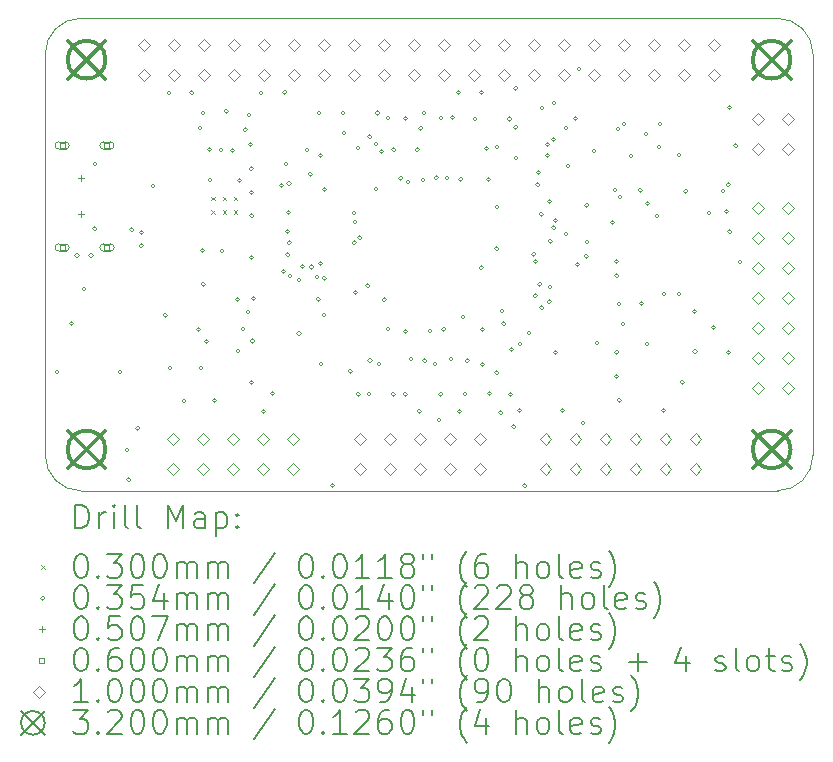
<source format=gbr>
%TF.GenerationSoftware,KiCad,Pcbnew,8.0.6-8.0.6-0~ubuntu24.04.1*%
%TF.CreationDate,2024-11-13T11:48:41+01:00*%
%TF.ProjectId,HEXBERRY-V-20Q100,48455842-4552-4525-992d-562d32305131,1.0*%
%TF.SameCoordinates,PX5f5e100PY5f5e100*%
%TF.FileFunction,Drillmap*%
%TF.FilePolarity,Positive*%
%FSLAX45Y45*%
G04 Gerber Fmt 4.5, Leading zero omitted, Abs format (unit mm)*
G04 Created by KiCad (PCBNEW 8.0.6-8.0.6-0~ubuntu24.04.1) date 2024-11-13 11:48:41*
%MOMM*%
%LPD*%
G01*
G04 APERTURE LIST*
%ADD10C,0.100000*%
%ADD11C,0.200000*%
%ADD12C,0.320000*%
G04 APERTURE END LIST*
D10*
X13312240Y-894332D02*
X7412250Y-894332D01*
X13312240Y-894332D02*
G75*
G02*
X13612252Y-1192443I0J-300018D01*
G01*
X7412250Y-4894332D02*
G75*
G02*
X7112252Y-4595860I0J300002D01*
G01*
X7412250Y-4894332D02*
X13312250Y-4894332D01*
X7112252Y-1194330D02*
X7112252Y-4595860D01*
X7112252Y-1194330D02*
G75*
G02*
X7412250Y-894332I299998J0D01*
G01*
X13612252Y-4594330D02*
X13612252Y-1192443D01*
X13612252Y-4594330D02*
G75*
G02*
X13312250Y-4894332I-300002J0D01*
G01*
D11*
D10*
X8519800Y-2403000D02*
X8549800Y-2433000D01*
X8549800Y-2403000D02*
X8519800Y-2433000D01*
X8519800Y-2518000D02*
X8549800Y-2548000D01*
X8549800Y-2518000D02*
X8519800Y-2548000D01*
X8613800Y-2403000D02*
X8643800Y-2433000D01*
X8643800Y-2403000D02*
X8613800Y-2433000D01*
X8613800Y-2518000D02*
X8643800Y-2548000D01*
X8643800Y-2518000D02*
X8613800Y-2548000D01*
X8707800Y-2403000D02*
X8737800Y-2433000D01*
X8737800Y-2403000D02*
X8707800Y-2433000D01*
X8707800Y-2518000D02*
X8737800Y-2548000D01*
X8737800Y-2518000D02*
X8707800Y-2548000D01*
X7228021Y-3890500D02*
G75*
G02*
X7192579Y-3890500I-17721J0D01*
G01*
X7192579Y-3890500D02*
G75*
G02*
X7228021Y-3890500I17721J0D01*
G01*
X7352421Y-3476500D02*
G75*
G02*
X7316979Y-3476500I-17721J0D01*
G01*
X7316979Y-3476500D02*
G75*
G02*
X7352421Y-3476500I17721J0D01*
G01*
X7398221Y-2902400D02*
G75*
G02*
X7362779Y-2902400I-17721J0D01*
G01*
X7362779Y-2902400D02*
G75*
G02*
X7398221Y-2902400I17721J0D01*
G01*
X7457321Y-3186900D02*
G75*
G02*
X7421879Y-3186900I-17721J0D01*
G01*
X7421879Y-3186900D02*
G75*
G02*
X7457321Y-3186900I17721J0D01*
G01*
X7517521Y-2902400D02*
G75*
G02*
X7482079Y-2902400I-17721J0D01*
G01*
X7482079Y-2902400D02*
G75*
G02*
X7517521Y-2902400I17721J0D01*
G01*
X7548021Y-2127700D02*
G75*
G02*
X7512579Y-2127700I-17721J0D01*
G01*
X7512579Y-2127700D02*
G75*
G02*
X7548021Y-2127700I17721J0D01*
G01*
X7548021Y-2676400D02*
G75*
G02*
X7512579Y-2676400I-17721J0D01*
G01*
X7512579Y-2676400D02*
G75*
G02*
X7548021Y-2676400I17721J0D01*
G01*
X7763921Y-3890500D02*
G75*
G02*
X7728479Y-3890500I-17721J0D01*
G01*
X7728479Y-3890500D02*
G75*
G02*
X7763921Y-3890500I17721J0D01*
G01*
X7822361Y-4548360D02*
G75*
G02*
X7786919Y-4548360I-17721J0D01*
G01*
X7786919Y-4548360D02*
G75*
G02*
X7822361Y-4548360I17721J0D01*
G01*
X7835021Y-4802400D02*
G75*
G02*
X7799579Y-4802400I-17721J0D01*
G01*
X7799579Y-4802400D02*
G75*
G02*
X7835021Y-4802400I17721J0D01*
G01*
X7863001Y-2684000D02*
G75*
G02*
X7827559Y-2684000I-17721J0D01*
G01*
X7827559Y-2684000D02*
G75*
G02*
X7863001Y-2684000I17721J0D01*
G01*
X7913821Y-4365500D02*
G75*
G02*
X7878379Y-4365500I-17721J0D01*
G01*
X7878379Y-4365500D02*
G75*
G02*
X7913821Y-4365500I17721J0D01*
G01*
X7941721Y-2818600D02*
G75*
G02*
X7906279Y-2818600I-17721J0D01*
G01*
X7906279Y-2818600D02*
G75*
G02*
X7941721Y-2818600I17721J0D01*
G01*
X7946821Y-2706900D02*
G75*
G02*
X7911379Y-2706900I-17721J0D01*
G01*
X7911379Y-2706900D02*
G75*
G02*
X7946821Y-2706900I17721J0D01*
G01*
X8043321Y-2315700D02*
G75*
G02*
X8007879Y-2315700I-17721J0D01*
G01*
X8007879Y-2315700D02*
G75*
G02*
X8043321Y-2315700I17721J0D01*
G01*
X8147321Y-3406400D02*
G75*
G02*
X8111879Y-3406400I-17721J0D01*
G01*
X8111879Y-3406400D02*
G75*
G02*
X8147321Y-3406400I17721J0D01*
G01*
X8175421Y-1525800D02*
G75*
G02*
X8139979Y-1525800I-17721J0D01*
G01*
X8139979Y-1525800D02*
G75*
G02*
X8175421Y-1525800I17721J0D01*
G01*
X8188121Y-3854900D02*
G75*
G02*
X8152679Y-3854900I-17721J0D01*
G01*
X8152679Y-3854900D02*
G75*
G02*
X8188121Y-3854900I17721J0D01*
G01*
X8304921Y-4134300D02*
G75*
G02*
X8269479Y-4134300I-17721J0D01*
G01*
X8269479Y-4134300D02*
G75*
G02*
X8304921Y-4134300I17721J0D01*
G01*
X8368421Y-1525800D02*
G75*
G02*
X8332979Y-1525800I-17721J0D01*
G01*
X8332979Y-1525800D02*
G75*
G02*
X8368421Y-1525800I17721J0D01*
G01*
X8429421Y-3529800D02*
G75*
G02*
X8393979Y-3529800I-17721J0D01*
G01*
X8393979Y-3529800D02*
G75*
G02*
X8429421Y-3529800I17721J0D01*
G01*
X8439621Y-1825500D02*
G75*
G02*
X8404179Y-1825500I-17721J0D01*
G01*
X8404179Y-1825500D02*
G75*
G02*
X8439621Y-1825500I17721J0D01*
G01*
X8447221Y-3854900D02*
G75*
G02*
X8411779Y-3854900I-17721J0D01*
G01*
X8411779Y-3854900D02*
G75*
G02*
X8447221Y-3854900I17721J0D01*
G01*
X8461221Y-2863100D02*
G75*
G02*
X8425779Y-2863100I-17721J0D01*
G01*
X8425779Y-2863100D02*
G75*
G02*
X8461221Y-2863100I17721J0D01*
G01*
X8465021Y-1693400D02*
G75*
G02*
X8429579Y-1693400I-17721J0D01*
G01*
X8429579Y-1693400D02*
G75*
G02*
X8465021Y-1693400I17721J0D01*
G01*
X8467521Y-3146300D02*
G75*
G02*
X8432079Y-3146300I-17721J0D01*
G01*
X8432079Y-3146300D02*
G75*
G02*
X8467521Y-3146300I17721J0D01*
G01*
X8495421Y-3628900D02*
G75*
G02*
X8459979Y-3628900I-17721J0D01*
G01*
X8459979Y-3628900D02*
G75*
G02*
X8495421Y-3628900I17721J0D01*
G01*
X8518321Y-2005800D02*
G75*
G02*
X8482879Y-2005800I-17721J0D01*
G01*
X8482879Y-2005800D02*
G75*
G02*
X8518321Y-2005800I17721J0D01*
G01*
X8523401Y-2262360D02*
G75*
G02*
X8487959Y-2262360I-17721J0D01*
G01*
X8487959Y-2262360D02*
G75*
G02*
X8523401Y-2262360I17721J0D01*
G01*
X8564021Y-4131800D02*
G75*
G02*
X8528579Y-4131800I-17721J0D01*
G01*
X8528579Y-4131800D02*
G75*
G02*
X8564021Y-4131800I17721J0D01*
G01*
X8619921Y-2008400D02*
G75*
G02*
X8584479Y-2008400I-17721J0D01*
G01*
X8584479Y-2008400D02*
G75*
G02*
X8619921Y-2008400I17721J0D01*
G01*
X8624521Y-2865000D02*
G75*
G02*
X8589079Y-2865000I-17721J0D01*
G01*
X8589079Y-2865000D02*
G75*
G02*
X8624521Y-2865000I17721J0D01*
G01*
X8663121Y-1680700D02*
G75*
G02*
X8627679Y-1680700I-17721J0D01*
G01*
X8627679Y-1680700D02*
G75*
G02*
X8663121Y-1680700I17721J0D01*
G01*
X8715321Y-2012400D02*
G75*
G02*
X8679879Y-2012400I-17721J0D01*
G01*
X8679879Y-2012400D02*
G75*
G02*
X8715321Y-2012400I17721J0D01*
G01*
X8757081Y-3273280D02*
G75*
G02*
X8721639Y-3273280I-17721J0D01*
G01*
X8721639Y-3273280D02*
G75*
G02*
X8757081Y-3273280I17721J0D01*
G01*
X8760921Y-3713200D02*
G75*
G02*
X8725479Y-3713200I-17721J0D01*
G01*
X8725479Y-3713200D02*
G75*
G02*
X8760921Y-3713200I17721J0D01*
G01*
X8777401Y-2267440D02*
G75*
G02*
X8741959Y-2267440I-17721J0D01*
G01*
X8741959Y-2267440D02*
G75*
G02*
X8777401Y-2267440I17721J0D01*
G01*
X8804921Y-3526000D02*
G75*
G02*
X8769479Y-3526000I-17721J0D01*
G01*
X8769479Y-3526000D02*
G75*
G02*
X8804921Y-3526000I17721J0D01*
G01*
X8823121Y-1838200D02*
G75*
G02*
X8787679Y-1838200I-17721J0D01*
G01*
X8787679Y-1838200D02*
G75*
G02*
X8823121Y-1838200I17721J0D01*
G01*
X8846021Y-3380000D02*
G75*
G02*
X8810579Y-3380000I-17721J0D01*
G01*
X8810579Y-3380000D02*
G75*
G02*
X8846021Y-3380000I17721J0D01*
G01*
X8856121Y-1713700D02*
G75*
G02*
X8820679Y-1713700I-17721J0D01*
G01*
X8820679Y-1713700D02*
G75*
G02*
X8856121Y-1713700I17721J0D01*
G01*
X8868841Y-1962640D02*
G75*
G02*
X8833399Y-1962640I-17721J0D01*
G01*
X8833399Y-1962640D02*
G75*
G02*
X8868841Y-1962640I17721J0D01*
G01*
X8873921Y-2168400D02*
G75*
G02*
X8838479Y-2168400I-17721J0D01*
G01*
X8838479Y-2168400D02*
G75*
G02*
X8873921Y-2168400I17721J0D01*
G01*
X8876421Y-2366500D02*
G75*
G02*
X8840979Y-2366500I-17721J0D01*
G01*
X8840979Y-2366500D02*
G75*
G02*
X8876421Y-2366500I17721J0D01*
G01*
X8876421Y-2567200D02*
G75*
G02*
X8840979Y-2567200I-17721J0D01*
G01*
X8840979Y-2567200D02*
G75*
G02*
X8876421Y-2567200I17721J0D01*
G01*
X8876421Y-2920200D02*
G75*
G02*
X8840979Y-2920200I-17721J0D01*
G01*
X8840979Y-2920200D02*
G75*
G02*
X8876421Y-2920200I17721J0D01*
G01*
X8876421Y-3979400D02*
G75*
G02*
X8840979Y-3979400I-17721J0D01*
G01*
X8840979Y-3979400D02*
G75*
G02*
X8876421Y-3979400I17721J0D01*
G01*
X8884121Y-3626300D02*
G75*
G02*
X8848679Y-3626300I-17721J0D01*
G01*
X8848679Y-3626300D02*
G75*
G02*
X8884121Y-3626300I17721J0D01*
G01*
X8894121Y-3265700D02*
G75*
G02*
X8858679Y-3265700I-17721J0D01*
G01*
X8858679Y-3265700D02*
G75*
G02*
X8894121Y-3265700I17721J0D01*
G01*
X8957721Y-1528300D02*
G75*
G02*
X8922279Y-1528300I-17721J0D01*
G01*
X8922279Y-1528300D02*
G75*
G02*
X8957721Y-1528300I17721J0D01*
G01*
X8978021Y-4220700D02*
G75*
G02*
X8942579Y-4220700I-17721J0D01*
G01*
X8942579Y-4220700D02*
G75*
G02*
X8978021Y-4220700I17721J0D01*
G01*
X9056801Y-4070840D02*
G75*
G02*
X9021359Y-4070840I-17721J0D01*
G01*
X9021359Y-4070840D02*
G75*
G02*
X9056801Y-4070840I17721J0D01*
G01*
X9130421Y-2308100D02*
G75*
G02*
X9094979Y-2308100I-17721J0D01*
G01*
X9094979Y-2308100D02*
G75*
G02*
X9130421Y-2308100I17721J0D01*
G01*
X9145821Y-3039500D02*
G75*
G02*
X9110379Y-3039500I-17721J0D01*
G01*
X9110379Y-3039500D02*
G75*
G02*
X9145821Y-3039500I17721J0D01*
G01*
X9158421Y-1520700D02*
G75*
G02*
X9122979Y-1520700I-17721J0D01*
G01*
X9122979Y-1520700D02*
G75*
G02*
X9158421Y-1520700I17721J0D01*
G01*
X9167921Y-2126600D02*
G75*
G02*
X9132479Y-2126600I-17721J0D01*
G01*
X9132479Y-2126600D02*
G75*
G02*
X9167921Y-2126600I17721J0D01*
G01*
X9181221Y-2699200D02*
G75*
G02*
X9145779Y-2699200I-17721J0D01*
G01*
X9145779Y-2699200D02*
G75*
G02*
X9181221Y-2699200I17721J0D01*
G01*
X9181221Y-2897400D02*
G75*
G02*
X9145779Y-2897400I-17721J0D01*
G01*
X9145779Y-2897400D02*
G75*
G02*
X9181221Y-2897400I17721J0D01*
G01*
X9189921Y-2535500D02*
G75*
G02*
X9154479Y-2535500I-17721J0D01*
G01*
X9154479Y-2535500D02*
G75*
G02*
X9189921Y-2535500I17721J0D01*
G01*
X9193921Y-2292800D02*
G75*
G02*
X9158479Y-2292800I-17721J0D01*
G01*
X9158479Y-2292800D02*
G75*
G02*
X9193921Y-2292800I17721J0D01*
G01*
X9196521Y-2795800D02*
G75*
G02*
X9161079Y-2795800I-17721J0D01*
G01*
X9161079Y-2795800D02*
G75*
G02*
X9196521Y-2795800I17721J0D01*
G01*
X9201121Y-3074900D02*
G75*
G02*
X9165679Y-3074900I-17721J0D01*
G01*
X9165679Y-3074900D02*
G75*
G02*
X9201121Y-3074900I17721J0D01*
G01*
X9277821Y-3110700D02*
G75*
G02*
X9242379Y-3110700I-17721J0D01*
G01*
X9242379Y-3110700D02*
G75*
G02*
X9277821Y-3110700I17721J0D01*
G01*
X9277821Y-3562800D02*
G75*
G02*
X9242379Y-3562800I-17721J0D01*
G01*
X9242379Y-3562800D02*
G75*
G02*
X9277821Y-3562800I17721J0D01*
G01*
X9308221Y-2996400D02*
G75*
G02*
X9272779Y-2996400I-17721J0D01*
G01*
X9272779Y-2996400D02*
G75*
G02*
X9308221Y-2996400I17721J0D01*
G01*
X9346388Y-2010873D02*
G75*
G02*
X9310946Y-2010873I-17721J0D01*
G01*
X9310946Y-2010873D02*
G75*
G02*
X9346388Y-2010873I17721J0D01*
G01*
X9374321Y-2214100D02*
G75*
G02*
X9338879Y-2214100I-17721J0D01*
G01*
X9338879Y-2214100D02*
G75*
G02*
X9374321Y-2214100I17721J0D01*
G01*
X9384421Y-2999800D02*
G75*
G02*
X9348979Y-2999800I-17721J0D01*
G01*
X9348979Y-2999800D02*
G75*
G02*
X9384421Y-2999800I17721J0D01*
G01*
X9432121Y-3082900D02*
G75*
G02*
X9396679Y-3082900I-17721J0D01*
G01*
X9396679Y-3082900D02*
G75*
G02*
X9432121Y-3082900I17721J0D01*
G01*
X9442421Y-3271500D02*
G75*
G02*
X9406979Y-3271500I-17721J0D01*
G01*
X9406979Y-3271500D02*
G75*
G02*
X9442421Y-3271500I17721J0D01*
G01*
X9447921Y-1698500D02*
G75*
G02*
X9412479Y-1698500I-17721J0D01*
G01*
X9412479Y-1698500D02*
G75*
G02*
X9447921Y-1698500I17721J0D01*
G01*
X9460621Y-2054100D02*
G75*
G02*
X9425179Y-2054100I-17721J0D01*
G01*
X9425179Y-2054100D02*
G75*
G02*
X9460621Y-2054100I17721J0D01*
G01*
X9461921Y-2970200D02*
G75*
G02*
X9426479Y-2970200I-17721J0D01*
G01*
X9426479Y-2970200D02*
G75*
G02*
X9461921Y-2970200I17721J0D01*
G01*
X9463201Y-3821920D02*
G75*
G02*
X9427759Y-3821920I-17721J0D01*
G01*
X9427759Y-3821920D02*
G75*
G02*
X9463201Y-3821920I17721J0D01*
G01*
X9491421Y-3407100D02*
G75*
G02*
X9455979Y-3407100I-17721J0D01*
G01*
X9455979Y-3407100D02*
G75*
G02*
X9491421Y-3407100I17721J0D01*
G01*
X9492321Y-2344300D02*
G75*
G02*
X9456879Y-2344300I-17721J0D01*
G01*
X9456879Y-2344300D02*
G75*
G02*
X9492321Y-2344300I17721J0D01*
G01*
X9493421Y-3094200D02*
G75*
G02*
X9457979Y-3094200I-17721J0D01*
G01*
X9457979Y-3094200D02*
G75*
G02*
X9493421Y-3094200I17721J0D01*
G01*
X9559721Y-4850600D02*
G75*
G02*
X9524279Y-4850600I-17721J0D01*
G01*
X9524279Y-4850600D02*
G75*
G02*
X9559721Y-4850600I17721J0D01*
G01*
X9648621Y-1695900D02*
G75*
G02*
X9613179Y-1695900I-17721J0D01*
G01*
X9613179Y-1695900D02*
G75*
G02*
X9648621Y-1695900I17721J0D01*
G01*
X9662521Y-1864900D02*
G75*
G02*
X9627079Y-1864900I-17721J0D01*
G01*
X9627079Y-1864900D02*
G75*
G02*
X9662521Y-1864900I17721J0D01*
G01*
X9711621Y-3883200D02*
G75*
G02*
X9676179Y-3883200I-17721J0D01*
G01*
X9676179Y-3883200D02*
G75*
G02*
X9711621Y-3883200I17721J0D01*
G01*
X9742621Y-2544300D02*
G75*
G02*
X9707179Y-2544300I-17721J0D01*
G01*
X9707179Y-2544300D02*
G75*
G02*
X9742621Y-2544300I17721J0D01*
G01*
X9747721Y-2795800D02*
G75*
G02*
X9712279Y-2795800I-17721J0D01*
G01*
X9712279Y-2795800D02*
G75*
G02*
X9747721Y-2795800I17721J0D01*
G01*
X9752761Y-2620500D02*
G75*
G02*
X9717319Y-2620500I-17721J0D01*
G01*
X9717319Y-2620500D02*
G75*
G02*
X9752761Y-2620500I17721J0D01*
G01*
X9757821Y-3217400D02*
G75*
G02*
X9722379Y-3217400I-17721J0D01*
G01*
X9722379Y-3217400D02*
G75*
G02*
X9757821Y-3217400I17721J0D01*
G01*
X9779921Y-1993100D02*
G75*
G02*
X9744479Y-1993100I-17721J0D01*
G01*
X9744479Y-1993100D02*
G75*
G02*
X9779921Y-1993100I17721J0D01*
G01*
X9780721Y-4075900D02*
G75*
G02*
X9745279Y-4075900I-17721J0D01*
G01*
X9745279Y-4075900D02*
G75*
G02*
X9780721Y-4075900I17721J0D01*
G01*
X9793621Y-2751900D02*
G75*
G02*
X9758179Y-2751900I-17721J0D01*
G01*
X9758179Y-2751900D02*
G75*
G02*
X9793621Y-2751900I17721J0D01*
G01*
X9859721Y-3159400D02*
G75*
G02*
X9824279Y-3159400I-17721J0D01*
G01*
X9824279Y-3159400D02*
G75*
G02*
X9859721Y-3159400I17721J0D01*
G01*
X9872121Y-4075900D02*
G75*
G02*
X9836679Y-4075900I-17721J0D01*
G01*
X9836679Y-4075900D02*
G75*
G02*
X9872121Y-4075900I17721J0D01*
G01*
X9876821Y-1897100D02*
G75*
G02*
X9841379Y-1897100I-17721J0D01*
G01*
X9841379Y-1897100D02*
G75*
G02*
X9876821Y-1897100I17721J0D01*
G01*
X9879721Y-3791400D02*
G75*
G02*
X9844279Y-3791400I-17721J0D01*
G01*
X9844279Y-3791400D02*
G75*
G02*
X9879721Y-3791400I17721J0D01*
G01*
X9929521Y-2336800D02*
G75*
G02*
X9894079Y-2336800I-17721J0D01*
G01*
X9894079Y-2336800D02*
G75*
G02*
X9929521Y-2336800I17721J0D01*
G01*
X9929921Y-1959400D02*
G75*
G02*
X9894479Y-1959400I-17721J0D01*
G01*
X9894479Y-1959400D02*
G75*
G02*
X9929921Y-1959400I17721J0D01*
G01*
X9943221Y-1695900D02*
G75*
G02*
X9907779Y-1695900I-17721J0D01*
G01*
X9907779Y-1695900D02*
G75*
G02*
X9943221Y-1695900I17721J0D01*
G01*
X9955921Y-3819400D02*
G75*
G02*
X9920479Y-3819400I-17721J0D01*
G01*
X9920479Y-3819400D02*
G75*
G02*
X9955921Y-3819400I17721J0D01*
G01*
X9975621Y-2020700D02*
G75*
G02*
X9940179Y-2020700I-17721J0D01*
G01*
X9940179Y-2020700D02*
G75*
G02*
X9975621Y-2020700I17721J0D01*
G01*
X9999121Y-3275800D02*
G75*
G02*
X9963679Y-3275800I-17721J0D01*
G01*
X9963679Y-3275800D02*
G75*
G02*
X9999121Y-3275800I17721J0D01*
G01*
X10029621Y-1739100D02*
G75*
G02*
X9994179Y-1739100I-17721J0D01*
G01*
X9994179Y-1739100D02*
G75*
G02*
X10029621Y-1739100I17721J0D01*
G01*
X10032121Y-3524700D02*
G75*
G02*
X9996679Y-3524700I-17721J0D01*
G01*
X9996679Y-3524700D02*
G75*
G02*
X10032121Y-3524700I17721J0D01*
G01*
X10077921Y-4075900D02*
G75*
G02*
X10042479Y-4075900I-17721J0D01*
G01*
X10042479Y-4075900D02*
G75*
G02*
X10077921Y-4075900I17721J0D01*
G01*
X10079921Y-2008000D02*
G75*
G02*
X10044479Y-2008000I-17721J0D01*
G01*
X10044479Y-2008000D02*
G75*
G02*
X10079921Y-2008000I17721J0D01*
G01*
X10139121Y-2247200D02*
G75*
G02*
X10103679Y-2247200I-17721J0D01*
G01*
X10103679Y-2247200D02*
G75*
G02*
X10139121Y-2247200I17721J0D01*
G01*
X10179221Y-1741700D02*
G75*
G02*
X10143779Y-1741700I-17721J0D01*
G01*
X10143779Y-1741700D02*
G75*
G02*
X10179221Y-1741700I17721J0D01*
G01*
X10179521Y-4075900D02*
G75*
G02*
X10144079Y-4075900I-17721J0D01*
G01*
X10144079Y-4075900D02*
G75*
G02*
X10179521Y-4075900I17721J0D01*
G01*
X10179921Y-3542900D02*
G75*
G02*
X10144479Y-3542900I-17721J0D01*
G01*
X10144479Y-3542900D02*
G75*
G02*
X10179921Y-3542900I17721J0D01*
G01*
X10201621Y-2279300D02*
G75*
G02*
X10166179Y-2279300I-17721J0D01*
G01*
X10166179Y-2279300D02*
G75*
G02*
X10201621Y-2279300I17721J0D01*
G01*
X10227621Y-3781100D02*
G75*
G02*
X10192179Y-3781100I-17721J0D01*
G01*
X10192179Y-3781100D02*
G75*
G02*
X10227621Y-3781100I17721J0D01*
G01*
X10279921Y-2006700D02*
G75*
G02*
X10244479Y-2006700I-17721J0D01*
G01*
X10244479Y-2006700D02*
G75*
G02*
X10279921Y-2006700I17721J0D01*
G01*
X10296321Y-4220700D02*
G75*
G02*
X10260879Y-4220700I-17721J0D01*
G01*
X10260879Y-4220700D02*
G75*
G02*
X10296321Y-4220700I17721J0D01*
G01*
X10310421Y-1825400D02*
G75*
G02*
X10274979Y-1825400I-17721J0D01*
G01*
X10274979Y-1825400D02*
G75*
G02*
X10310421Y-1825400I17721J0D01*
G01*
X10329321Y-2262400D02*
G75*
G02*
X10293879Y-2262400I-17721J0D01*
G01*
X10293879Y-2262400D02*
G75*
G02*
X10329321Y-2262400I17721J0D01*
G01*
X10334421Y-1695900D02*
G75*
G02*
X10298979Y-1695900I-17721J0D01*
G01*
X10298979Y-1695900D02*
G75*
G02*
X10334421Y-1695900I17721J0D01*
G01*
X10344521Y-3791800D02*
G75*
G02*
X10309079Y-3791800I-17721J0D01*
G01*
X10309079Y-3791800D02*
G75*
G02*
X10344521Y-3791800I17721J0D01*
G01*
X10388521Y-3542400D02*
G75*
G02*
X10353079Y-3542400I-17721J0D01*
G01*
X10353079Y-3542400D02*
G75*
G02*
X10388521Y-3542400I17721J0D01*
G01*
X10431621Y-3821400D02*
G75*
G02*
X10396179Y-3821400I-17721J0D01*
G01*
X10396179Y-3821400D02*
G75*
G02*
X10431621Y-3821400I17721J0D01*
G01*
X10441921Y-2245400D02*
G75*
G02*
X10406479Y-2245400I-17721J0D01*
G01*
X10406479Y-2245400D02*
G75*
G02*
X10441921Y-2245400I17721J0D01*
G01*
X10461921Y-4294600D02*
G75*
G02*
X10426479Y-4294600I-17721J0D01*
G01*
X10426479Y-4294600D02*
G75*
G02*
X10461921Y-4294600I17721J0D01*
G01*
X10479221Y-1736600D02*
G75*
G02*
X10443779Y-1736600I-17721J0D01*
G01*
X10443779Y-1736600D02*
G75*
G02*
X10479221Y-1736600I17721J0D01*
G01*
X10479521Y-4077800D02*
G75*
G02*
X10444079Y-4077800I-17721J0D01*
G01*
X10444079Y-4077800D02*
G75*
G02*
X10479521Y-4077800I17721J0D01*
G01*
X10504621Y-3527300D02*
G75*
G02*
X10469179Y-3527300I-17721J0D01*
G01*
X10469179Y-3527300D02*
G75*
G02*
X10504621Y-3527300I17721J0D01*
G01*
X10529921Y-2245400D02*
G75*
G02*
X10494479Y-2245400I-17721J0D01*
G01*
X10494479Y-2245400D02*
G75*
G02*
X10529921Y-2245400I17721J0D01*
G01*
X10565721Y-3781300D02*
G75*
G02*
X10530279Y-3781300I-17721J0D01*
G01*
X10530279Y-3781300D02*
G75*
G02*
X10565721Y-3781300I17721J0D01*
G01*
X10578221Y-1736600D02*
G75*
G02*
X10542779Y-1736600I-17721J0D01*
G01*
X10542779Y-1736600D02*
G75*
G02*
X10578221Y-1736600I17721J0D01*
G01*
X10626521Y-1523200D02*
G75*
G02*
X10591079Y-1523200I-17721J0D01*
G01*
X10591079Y-1523200D02*
G75*
G02*
X10626521Y-1523200I17721J0D01*
G01*
X10639221Y-4223200D02*
G75*
G02*
X10603779Y-4223200I-17721J0D01*
G01*
X10603779Y-4223200D02*
G75*
G02*
X10639221Y-4223200I17721J0D01*
G01*
X10646621Y-2255200D02*
G75*
G02*
X10611179Y-2255200I-17721J0D01*
G01*
X10611179Y-2255200D02*
G75*
G02*
X10646621Y-2255200I17721J0D01*
G01*
X10667161Y-3422300D02*
G75*
G02*
X10631719Y-3422300I-17721J0D01*
G01*
X10631719Y-3422300D02*
G75*
G02*
X10667161Y-3422300I17721J0D01*
G01*
X10682421Y-4075900D02*
G75*
G02*
X10646979Y-4075900I-17721J0D01*
G01*
X10646979Y-4075900D02*
G75*
G02*
X10682421Y-4075900I17721J0D01*
G01*
X10702158Y-3792002D02*
G75*
G02*
X10666716Y-3792002I-17721J0D01*
G01*
X10666716Y-3792002D02*
G75*
G02*
X10702158Y-3792002I17721J0D01*
G01*
X10768721Y-1746700D02*
G75*
G02*
X10733279Y-1746700I-17721J0D01*
G01*
X10733279Y-1746700D02*
G75*
G02*
X10768721Y-1746700I17721J0D01*
G01*
X10822021Y-3005900D02*
G75*
G02*
X10786579Y-3005900I-17721J0D01*
G01*
X10786579Y-3005900D02*
G75*
G02*
X10822021Y-3005900I17721J0D01*
G01*
X10822121Y-1523200D02*
G75*
G02*
X10786679Y-1523200I-17721J0D01*
G01*
X10786679Y-1523200D02*
G75*
G02*
X10822121Y-1523200I17721J0D01*
G01*
X10829721Y-3529800D02*
G75*
G02*
X10794279Y-3529800I-17721J0D01*
G01*
X10794279Y-3529800D02*
G75*
G02*
X10829721Y-3529800I17721J0D01*
G01*
X10832221Y-3824500D02*
G75*
G02*
X10796779Y-3824500I-17721J0D01*
G01*
X10796779Y-3824500D02*
G75*
G02*
X10832221Y-3824500I17721J0D01*
G01*
X10865321Y-1995700D02*
G75*
G02*
X10829879Y-1995700I-17721J0D01*
G01*
X10829879Y-1995700D02*
G75*
G02*
X10865321Y-1995700I17721J0D01*
G01*
X10880521Y-2259800D02*
G75*
G02*
X10845079Y-2259800I-17721J0D01*
G01*
X10845079Y-2259800D02*
G75*
G02*
X10880521Y-2259800I17721J0D01*
G01*
X10888121Y-4070800D02*
G75*
G02*
X10852679Y-4070800I-17721J0D01*
G01*
X10852679Y-4070800D02*
G75*
G02*
X10888121Y-4070800I17721J0D01*
G01*
X10951621Y-3895800D02*
G75*
G02*
X10916179Y-3895800I-17721J0D01*
G01*
X10916179Y-3895800D02*
G75*
G02*
X10951621Y-3895800I17721J0D01*
G01*
X10954201Y-2494300D02*
G75*
G02*
X10918759Y-2494300I-17721J0D01*
G01*
X10918759Y-2494300D02*
G75*
G02*
X10954201Y-2494300I17721J0D01*
G01*
X10954221Y-2844000D02*
G75*
G02*
X10918779Y-2844000I-17721J0D01*
G01*
X10918779Y-2844000D02*
G75*
G02*
X10954221Y-2844000I17721J0D01*
G01*
X10956721Y-1982960D02*
G75*
G02*
X10921279Y-1982960I-17721J0D01*
G01*
X10921279Y-1982960D02*
G75*
G02*
X10956721Y-1982960I17721J0D01*
G01*
X10985921Y-4234700D02*
G75*
G02*
X10950479Y-4234700I-17721J0D01*
G01*
X10950479Y-4234700D02*
G75*
G02*
X10985921Y-4234700I17721J0D01*
G01*
X10995821Y-3373000D02*
G75*
G02*
X10960379Y-3373000I-17721J0D01*
G01*
X10960379Y-3373000D02*
G75*
G02*
X10995821Y-3373000I17721J0D01*
G01*
X11010821Y-3482200D02*
G75*
G02*
X10975379Y-3482200I-17721J0D01*
G01*
X10975379Y-3482200D02*
G75*
G02*
X11010821Y-3482200I17721J0D01*
G01*
X11060821Y-1746700D02*
G75*
G02*
X11025379Y-1746700I-17721J0D01*
G01*
X11025379Y-1746700D02*
G75*
G02*
X11060821Y-1746700I17721J0D01*
G01*
X11068521Y-4081000D02*
G75*
G02*
X11033079Y-4081000I-17721J0D01*
G01*
X11033079Y-4081000D02*
G75*
G02*
X11068521Y-4081000I17721J0D01*
G01*
X11077721Y-3697700D02*
G75*
G02*
X11042279Y-3697700I-17721J0D01*
G01*
X11042279Y-3697700D02*
G75*
G02*
X11077721Y-3697700I17721J0D01*
G01*
X11096421Y-4352800D02*
G75*
G02*
X11060979Y-4352800I-17721J0D01*
G01*
X11060979Y-4352800D02*
G75*
G02*
X11096421Y-4352800I17721J0D01*
G01*
X11111621Y-1815300D02*
G75*
G02*
X11076179Y-1815300I-17721J0D01*
G01*
X11076179Y-1815300D02*
G75*
G02*
X11111621Y-1815300I17721J0D01*
G01*
X11114721Y-1486700D02*
G75*
G02*
X11079279Y-1486700I-17721J0D01*
G01*
X11079279Y-1486700D02*
G75*
G02*
X11114721Y-1486700I17721J0D01*
G01*
X11116741Y-2076940D02*
G75*
G02*
X11081299Y-2076940I-17721J0D01*
G01*
X11081299Y-2076940D02*
G75*
G02*
X11116741Y-2076940I17721J0D01*
G01*
X11147221Y-4215600D02*
G75*
G02*
X11111779Y-4215600I-17721J0D01*
G01*
X11111779Y-4215600D02*
G75*
G02*
X11147221Y-4215600I17721J0D01*
G01*
X11149721Y-3649200D02*
G75*
G02*
X11114279Y-3649200I-17721J0D01*
G01*
X11114279Y-3649200D02*
G75*
G02*
X11149721Y-3649200I17721J0D01*
G01*
X11190421Y-4850600D02*
G75*
G02*
X11154979Y-4850600I-17721J0D01*
G01*
X11154979Y-4850600D02*
G75*
G02*
X11190421Y-4850600I17721J0D01*
G01*
X11225961Y-3557500D02*
G75*
G02*
X11190519Y-3557500I-17721J0D01*
G01*
X11190519Y-3557500D02*
G75*
G02*
X11225961Y-3557500I17721J0D01*
G01*
X11267221Y-2893600D02*
G75*
G02*
X11231779Y-2893600I-17721J0D01*
G01*
X11231779Y-2893600D02*
G75*
G02*
X11267221Y-2893600I17721J0D01*
G01*
X11278721Y-2953500D02*
G75*
G02*
X11243279Y-2953500I-17721J0D01*
G01*
X11243279Y-2953500D02*
G75*
G02*
X11278721Y-2953500I17721J0D01*
G01*
X11279521Y-3244300D02*
G75*
G02*
X11244079Y-3244300I-17721J0D01*
G01*
X11244079Y-3244300D02*
G75*
G02*
X11279521Y-3244300I17721J0D01*
G01*
X11299621Y-2303000D02*
G75*
G02*
X11264179Y-2303000I-17721J0D01*
G01*
X11264179Y-2303000D02*
G75*
G02*
X11299621Y-2303000I17721J0D01*
G01*
X11304721Y-2198900D02*
G75*
G02*
X11269279Y-2198900I-17721J0D01*
G01*
X11269279Y-2198900D02*
G75*
G02*
X11304721Y-2198900I17721J0D01*
G01*
X11315021Y-3144300D02*
G75*
G02*
X11279579Y-3144300I-17721J0D01*
G01*
X11279579Y-3144300D02*
G75*
G02*
X11315021Y-3144300I17721J0D01*
G01*
X11329021Y-2554100D02*
G75*
G02*
X11293579Y-2554100I-17721J0D01*
G01*
X11293579Y-2554100D02*
G75*
G02*
X11329021Y-2554100I17721J0D01*
G01*
X11334621Y-3344300D02*
G75*
G02*
X11299179Y-3344300I-17721J0D01*
G01*
X11299179Y-3344300D02*
G75*
G02*
X11334621Y-3344300I17721J0D01*
G01*
X11335221Y-1655300D02*
G75*
G02*
X11299779Y-1655300I-17721J0D01*
G01*
X11299779Y-1655300D02*
G75*
G02*
X11335221Y-1655300I17721J0D01*
G01*
X11383421Y-1960100D02*
G75*
G02*
X11347979Y-1960100I-17721J0D01*
G01*
X11347979Y-1960100D02*
G75*
G02*
X11383421Y-1960100I17721J0D01*
G01*
X11383421Y-2056600D02*
G75*
G02*
X11347979Y-2056600I-17721J0D01*
G01*
X11347979Y-2056600D02*
G75*
G02*
X11383421Y-2056600I17721J0D01*
G01*
X11397021Y-3294300D02*
G75*
G02*
X11361579Y-3294300I-17721J0D01*
G01*
X11361579Y-3294300D02*
G75*
G02*
X11397021Y-3294300I17721J0D01*
G01*
X11401221Y-2445200D02*
G75*
G02*
X11365779Y-2445200I-17721J0D01*
G01*
X11365779Y-2445200D02*
G75*
G02*
X11401221Y-2445200I17721J0D01*
G01*
X11403497Y-3168022D02*
G75*
G02*
X11368055Y-3168022I-17721J0D01*
G01*
X11368055Y-3168022D02*
G75*
G02*
X11403497Y-3168022I17721J0D01*
G01*
X11406321Y-2780500D02*
G75*
G02*
X11370879Y-2780500I-17721J0D01*
G01*
X11370879Y-2780500D02*
G75*
G02*
X11406321Y-2780500I17721J0D01*
G01*
X11431721Y-1919500D02*
G75*
G02*
X11396279Y-1919500I-17721J0D01*
G01*
X11396279Y-1919500D02*
G75*
G02*
X11431721Y-1919500I17721J0D01*
G01*
X11434521Y-2668100D02*
G75*
G02*
X11399079Y-2668100I-17721J0D01*
G01*
X11399079Y-2668100D02*
G75*
G02*
X11434521Y-2668100I17721J0D01*
G01*
X11435221Y-1611200D02*
G75*
G02*
X11399779Y-1611200I-17721J0D01*
G01*
X11399779Y-1611200D02*
G75*
G02*
X11435221Y-1611200I17721J0D01*
G01*
X11449321Y-2607000D02*
G75*
G02*
X11413879Y-2607000I-17721J0D01*
G01*
X11413879Y-2607000D02*
G75*
G02*
X11449321Y-2607000I17721J0D01*
G01*
X11450121Y-3720900D02*
G75*
G02*
X11414679Y-3720900I-17721J0D01*
G01*
X11414679Y-3720900D02*
G75*
G02*
X11450121Y-3720900I17721J0D01*
G01*
X11507921Y-4215600D02*
G75*
G02*
X11472479Y-4215600I-17721J0D01*
G01*
X11472479Y-4215600D02*
G75*
G02*
X11507921Y-4215600I17721J0D01*
G01*
X11539621Y-2721500D02*
G75*
G02*
X11504179Y-2721500I-17721J0D01*
G01*
X11504179Y-2721500D02*
G75*
G02*
X11539621Y-2721500I17721J0D01*
G01*
X11540921Y-1822900D02*
G75*
G02*
X11505479Y-1822900I-17721J0D01*
G01*
X11505479Y-1822900D02*
G75*
G02*
X11540921Y-1822900I17721J0D01*
G01*
X11556121Y-2145500D02*
G75*
G02*
X11520679Y-2145500I-17721J0D01*
G01*
X11520679Y-2145500D02*
G75*
G02*
X11556121Y-2145500I17721J0D01*
G01*
X11619621Y-1741700D02*
G75*
G02*
X11584179Y-1741700I-17721J0D01*
G01*
X11584179Y-1741700D02*
G75*
G02*
X11619621Y-1741700I17721J0D01*
G01*
X11636521Y-2975300D02*
G75*
G02*
X11601079Y-2975300I-17721J0D01*
G01*
X11601079Y-2975300D02*
G75*
G02*
X11636521Y-2975300I17721J0D01*
G01*
X11647621Y-1322600D02*
G75*
G02*
X11612179Y-1322600I-17721J0D01*
G01*
X11612179Y-1322600D02*
G75*
G02*
X11647621Y-1322600I17721J0D01*
G01*
X11681951Y-4322188D02*
G75*
G02*
X11646509Y-4322188I-17721J0D01*
G01*
X11646509Y-4322188D02*
G75*
G02*
X11681951Y-4322188I17721J0D01*
G01*
X11708521Y-2910100D02*
G75*
G02*
X11673079Y-2910100I-17721J0D01*
G01*
X11673079Y-2910100D02*
G75*
G02*
X11708521Y-2910100I17721J0D01*
G01*
X11713621Y-2475700D02*
G75*
G02*
X11678179Y-2475700I-17721J0D01*
G01*
X11678179Y-2475700D02*
G75*
G02*
X11713621Y-2475700I17721J0D01*
G01*
X11716221Y-2785600D02*
G75*
G02*
X11680779Y-2785600I-17721J0D01*
G01*
X11680779Y-2785600D02*
G75*
G02*
X11716221Y-2785600I17721J0D01*
G01*
X11776521Y-2019200D02*
G75*
G02*
X11741079Y-2019200I-17721J0D01*
G01*
X11741079Y-2019200D02*
G75*
G02*
X11776521Y-2019200I17721J0D01*
G01*
X11801021Y-3644000D02*
G75*
G02*
X11765579Y-3644000I-17721J0D01*
G01*
X11765579Y-3644000D02*
G75*
G02*
X11801021Y-3644000I17721J0D01*
G01*
X11932121Y-2622400D02*
G75*
G02*
X11896679Y-2622400I-17721J0D01*
G01*
X11896679Y-2622400D02*
G75*
G02*
X11932121Y-2622400I17721J0D01*
G01*
X11953921Y-2347900D02*
G75*
G02*
X11918479Y-2347900I-17721J0D01*
G01*
X11918479Y-2347900D02*
G75*
G02*
X11953921Y-2347900I17721J0D01*
G01*
X11967621Y-3926100D02*
G75*
G02*
X11932179Y-3926100I-17721J0D01*
G01*
X11932179Y-3926100D02*
G75*
G02*
X11967621Y-3926100I17721J0D01*
G01*
X11967641Y-2953240D02*
G75*
G02*
X11932199Y-2953240I-17721J0D01*
G01*
X11932199Y-2953240D02*
G75*
G02*
X11967641Y-2953240I17721J0D01*
G01*
X11967641Y-3075160D02*
G75*
G02*
X11932199Y-3075160I-17721J0D01*
G01*
X11932199Y-3075160D02*
G75*
G02*
X11967641Y-3075160I17721J0D01*
G01*
X11970221Y-3722900D02*
G75*
G02*
X11934779Y-3722900I-17721J0D01*
G01*
X11934779Y-3722900D02*
G75*
G02*
X11970221Y-3722900I17721J0D01*
G01*
X11977801Y-1830560D02*
G75*
G02*
X11942359Y-1830560I-17721J0D01*
G01*
X11942359Y-1830560D02*
G75*
G02*
X11977801Y-1830560I17721J0D01*
G01*
X11987961Y-3313920D02*
G75*
G02*
X11952519Y-3313920I-17721J0D01*
G01*
X11952519Y-3313920D02*
G75*
G02*
X11987961Y-3313920I17721J0D01*
G01*
X11988021Y-4129300D02*
G75*
G02*
X11952579Y-4129300I-17721J0D01*
G01*
X11952579Y-4129300D02*
G75*
G02*
X11988021Y-4129300I17721J0D01*
G01*
X11995621Y-2404600D02*
G75*
G02*
X11960179Y-2404600I-17721J0D01*
G01*
X11960179Y-2404600D02*
G75*
G02*
X11995621Y-2404600I17721J0D01*
G01*
X12023521Y-3481560D02*
G75*
G02*
X11988079Y-3481560I-17721J0D01*
G01*
X11988079Y-3481560D02*
G75*
G02*
X12023521Y-3481560I17721J0D01*
G01*
X12028621Y-1787400D02*
G75*
G02*
X11993179Y-1787400I-17721J0D01*
G01*
X11993179Y-1787400D02*
G75*
G02*
X12028621Y-1787400I17721J0D01*
G01*
X12089561Y-2057380D02*
G75*
G02*
X12054119Y-2057380I-17721J0D01*
G01*
X12054119Y-2057380D02*
G75*
G02*
X12089561Y-2057380I17721J0D01*
G01*
X12165721Y-2351300D02*
G75*
G02*
X12130279Y-2351300I-17721J0D01*
G01*
X12130279Y-2351300D02*
G75*
G02*
X12165721Y-2351300I17721J0D01*
G01*
X12178721Y-3308900D02*
G75*
G02*
X12143279Y-3308900I-17721J0D01*
G01*
X12143279Y-3308900D02*
G75*
G02*
X12178721Y-3308900I17721J0D01*
G01*
X12216621Y-1876300D02*
G75*
G02*
X12181179Y-1876300I-17721J0D01*
G01*
X12181179Y-1876300D02*
G75*
G02*
X12216621Y-1876300I17721J0D01*
G01*
X12226721Y-2463000D02*
G75*
G02*
X12191279Y-2463000I-17721J0D01*
G01*
X12191279Y-2463000D02*
G75*
G02*
X12226721Y-2463000I17721J0D01*
G01*
X12226721Y-3651700D02*
G75*
G02*
X12191279Y-3651700I-17721J0D01*
G01*
X12191279Y-3651700D02*
G75*
G02*
X12226721Y-3651700I17721J0D01*
G01*
X12308021Y-2569700D02*
G75*
G02*
X12272579Y-2569700I-17721J0D01*
G01*
X12272579Y-2569700D02*
G75*
G02*
X12308021Y-2569700I17721J0D01*
G01*
X12327121Y-1982960D02*
G75*
G02*
X12291679Y-1982960I-17721J0D01*
G01*
X12291679Y-1982960D02*
G75*
G02*
X12327121Y-1982960I17721J0D01*
G01*
X12335921Y-1787400D02*
G75*
G02*
X12300479Y-1787400I-17721J0D01*
G01*
X12300479Y-1787400D02*
G75*
G02*
X12335921Y-1787400I17721J0D01*
G01*
X12363921Y-4215600D02*
G75*
G02*
X12328479Y-4215600I-17721J0D01*
G01*
X12328479Y-4215600D02*
G75*
G02*
X12363921Y-4215600I17721J0D01*
G01*
X12368921Y-3227600D02*
G75*
G02*
X12333479Y-3227600I-17721J0D01*
G01*
X12333479Y-3227600D02*
G75*
G02*
X12368921Y-3227600I17721J0D01*
G01*
X12495921Y-3227600D02*
G75*
G02*
X12460479Y-3227600I-17721J0D01*
G01*
X12460479Y-3227600D02*
G75*
G02*
X12495921Y-3227600I17721J0D01*
G01*
X12495961Y-2049000D02*
G75*
G02*
X12460519Y-2049000I-17721J0D01*
G01*
X12460519Y-2049000D02*
G75*
G02*
X12495961Y-2049000I17721J0D01*
G01*
X12521321Y-3976900D02*
G75*
G02*
X12485879Y-3976900I-17721J0D01*
G01*
X12485879Y-3976900D02*
G75*
G02*
X12521321Y-3976900I17721J0D01*
G01*
X12554121Y-2358900D02*
G75*
G02*
X12518679Y-2358900I-17721J0D01*
G01*
X12518679Y-2358900D02*
G75*
G02*
X12554121Y-2358900I17721J0D01*
G01*
X12628021Y-3377400D02*
G75*
G02*
X12592579Y-3377400I-17721J0D01*
G01*
X12592579Y-3377400D02*
G75*
G02*
X12628021Y-3377400I17721J0D01*
G01*
X12630621Y-3715200D02*
G75*
G02*
X12595179Y-3715200I-17721J0D01*
G01*
X12595179Y-3715200D02*
G75*
G02*
X12630621Y-3715200I17721J0D01*
G01*
X12749961Y-2545031D02*
G75*
G02*
X12714519Y-2545031I-17721J0D01*
G01*
X12714519Y-2545031D02*
G75*
G02*
X12749961Y-2545031I17721J0D01*
G01*
X12788221Y-3511360D02*
G75*
G02*
X12752779Y-3511360I-17721J0D01*
G01*
X12752779Y-3511360D02*
G75*
G02*
X12788221Y-3511360I17721J0D01*
G01*
X12867721Y-2358900D02*
G75*
G02*
X12832279Y-2358900I-17721J0D01*
G01*
X12832279Y-2358900D02*
G75*
G02*
X12867721Y-2358900I17721J0D01*
G01*
X12898351Y-2527860D02*
G75*
G02*
X12862909Y-2527860I-17721J0D01*
G01*
X12862909Y-2527860D02*
G75*
G02*
X12898351Y-2527860I17721J0D01*
G01*
X12912521Y-2303000D02*
G75*
G02*
X12877079Y-2303000I-17721J0D01*
G01*
X12877079Y-2303000D02*
G75*
G02*
X12912521Y-2303000I17721J0D01*
G01*
X12912521Y-3722900D02*
G75*
G02*
X12877079Y-3722900I-17721J0D01*
G01*
X12877079Y-3722900D02*
G75*
G02*
X12912521Y-3722900I17721J0D01*
G01*
X12925221Y-1650200D02*
G75*
G02*
X12889779Y-1650200I-17721J0D01*
G01*
X12889779Y-1650200D02*
G75*
G02*
X12925221Y-1650200I17721J0D01*
G01*
X12927070Y-2699931D02*
G75*
G02*
X12891628Y-2699931I-17721J0D01*
G01*
X12891628Y-2699931D02*
G75*
G02*
X12927070Y-2699931I17721J0D01*
G01*
X12976021Y-1972800D02*
G75*
G02*
X12940579Y-1972800I-17721J0D01*
G01*
X12940579Y-1972800D02*
G75*
G02*
X12976021Y-1972800I17721J0D01*
G01*
X13014121Y-2958320D02*
G75*
G02*
X12978679Y-2958320I-17721J0D01*
G01*
X12978679Y-2958320D02*
G75*
G02*
X13014121Y-2958320I17721J0D01*
G01*
X7416000Y-2224359D02*
X7416000Y-2275041D01*
X7390659Y-2249700D02*
X7441341Y-2249700D01*
X7416000Y-2529159D02*
X7416000Y-2579841D01*
X7390659Y-2554500D02*
X7441341Y-2554500D01*
X7275953Y-1991273D02*
X7275953Y-1948847D01*
X7233527Y-1948847D01*
X7233527Y-1991273D01*
X7275953Y-1991273D01*
X7284740Y-1940060D02*
X7224740Y-1940060D01*
X7224740Y-2000060D02*
G75*
G02*
X7224740Y-1940060I0J30000D01*
G01*
X7224740Y-2000060D02*
X7284740Y-2000060D01*
X7284740Y-2000060D02*
G75*
G03*
X7284740Y-1940060I0J30000D01*
G01*
X7275953Y-2855273D02*
X7275953Y-2812847D01*
X7233527Y-2812847D01*
X7233527Y-2855273D01*
X7275953Y-2855273D01*
X7284740Y-2804060D02*
X7224740Y-2804060D01*
X7224740Y-2864060D02*
G75*
G02*
X7224740Y-2804060I0J30000D01*
G01*
X7224740Y-2864060D02*
X7284740Y-2864060D01*
X7284740Y-2864060D02*
G75*
G03*
X7284740Y-2804060I0J30000D01*
G01*
X7655953Y-1991273D02*
X7655953Y-1948847D01*
X7613527Y-1948847D01*
X7613527Y-1991273D01*
X7655953Y-1991273D01*
X7664740Y-1940060D02*
X7604740Y-1940060D01*
X7604740Y-2000060D02*
G75*
G02*
X7604740Y-1940060I0J30000D01*
G01*
X7604740Y-2000060D02*
X7664740Y-2000060D01*
X7664740Y-2000060D02*
G75*
G03*
X7664740Y-1940060I0J30000D01*
G01*
X7655953Y-2855273D02*
X7655953Y-2812847D01*
X7613527Y-2812847D01*
X7613527Y-2855273D01*
X7655953Y-2855273D01*
X7664740Y-2804060D02*
X7604740Y-2804060D01*
X7604740Y-2864060D02*
G75*
G02*
X7604740Y-2804060I0J30000D01*
G01*
X7604740Y-2864060D02*
X7664740Y-2864060D01*
X7664740Y-2864060D02*
G75*
G03*
X7664740Y-2804060I0J30000D01*
G01*
X7949250Y-1167330D02*
X7999250Y-1117330D01*
X7949250Y-1067330D01*
X7899250Y-1117330D01*
X7949250Y-1167330D01*
X7949250Y-1421330D02*
X7999250Y-1371330D01*
X7949250Y-1321330D01*
X7899250Y-1371330D01*
X7949250Y-1421330D01*
X8197250Y-4503330D02*
X8247250Y-4453330D01*
X8197250Y-4403330D01*
X8147250Y-4453330D01*
X8197250Y-4503330D01*
X8197250Y-4757330D02*
X8247250Y-4707330D01*
X8197250Y-4657330D01*
X8147250Y-4707330D01*
X8197250Y-4757330D01*
X8203250Y-1167330D02*
X8253250Y-1117330D01*
X8203250Y-1067330D01*
X8153250Y-1117330D01*
X8203250Y-1167330D01*
X8203250Y-1421330D02*
X8253250Y-1371330D01*
X8203250Y-1321330D01*
X8153250Y-1371330D01*
X8203250Y-1421330D01*
X8451250Y-4503330D02*
X8501250Y-4453330D01*
X8451250Y-4403330D01*
X8401250Y-4453330D01*
X8451250Y-4503330D01*
X8451250Y-4757330D02*
X8501250Y-4707330D01*
X8451250Y-4657330D01*
X8401250Y-4707330D01*
X8451250Y-4757330D01*
X8457250Y-1167330D02*
X8507250Y-1117330D01*
X8457250Y-1067330D01*
X8407250Y-1117330D01*
X8457250Y-1167330D01*
X8457250Y-1421330D02*
X8507250Y-1371330D01*
X8457250Y-1321330D01*
X8407250Y-1371330D01*
X8457250Y-1421330D01*
X8705250Y-4503330D02*
X8755250Y-4453330D01*
X8705250Y-4403330D01*
X8655250Y-4453330D01*
X8705250Y-4503330D01*
X8705250Y-4757330D02*
X8755250Y-4707330D01*
X8705250Y-4657330D01*
X8655250Y-4707330D01*
X8705250Y-4757330D01*
X8711250Y-1167330D02*
X8761250Y-1117330D01*
X8711250Y-1067330D01*
X8661250Y-1117330D01*
X8711250Y-1167330D01*
X8711250Y-1421330D02*
X8761250Y-1371330D01*
X8711250Y-1321330D01*
X8661250Y-1371330D01*
X8711250Y-1421330D01*
X8959250Y-4503330D02*
X9009250Y-4453330D01*
X8959250Y-4403330D01*
X8909250Y-4453330D01*
X8959250Y-4503330D01*
X8959250Y-4757330D02*
X9009250Y-4707330D01*
X8959250Y-4657330D01*
X8909250Y-4707330D01*
X8959250Y-4757330D01*
X8965250Y-1167330D02*
X9015250Y-1117330D01*
X8965250Y-1067330D01*
X8915250Y-1117330D01*
X8965250Y-1167330D01*
X8965250Y-1421330D02*
X9015250Y-1371330D01*
X8965250Y-1321330D01*
X8915250Y-1371330D01*
X8965250Y-1421330D01*
X9213250Y-4503330D02*
X9263250Y-4453330D01*
X9213250Y-4403330D01*
X9163250Y-4453330D01*
X9213250Y-4503330D01*
X9213250Y-4757330D02*
X9263250Y-4707330D01*
X9213250Y-4657330D01*
X9163250Y-4707330D01*
X9213250Y-4757330D01*
X9219250Y-1167330D02*
X9269250Y-1117330D01*
X9219250Y-1067330D01*
X9169250Y-1117330D01*
X9219250Y-1167330D01*
X9219250Y-1421330D02*
X9269250Y-1371330D01*
X9219250Y-1321330D01*
X9169250Y-1371330D01*
X9219250Y-1421330D01*
X9473250Y-1167330D02*
X9523250Y-1117330D01*
X9473250Y-1067330D01*
X9423250Y-1117330D01*
X9473250Y-1167330D01*
X9473250Y-1421330D02*
X9523250Y-1371330D01*
X9473250Y-1321330D01*
X9423250Y-1371330D01*
X9473250Y-1421330D01*
X9727250Y-1167330D02*
X9777250Y-1117330D01*
X9727250Y-1067330D01*
X9677250Y-1117330D01*
X9727250Y-1167330D01*
X9727250Y-1421330D02*
X9777250Y-1371330D01*
X9727250Y-1321330D01*
X9677250Y-1371330D01*
X9727250Y-1421330D01*
X9775680Y-4503330D02*
X9825680Y-4453330D01*
X9775680Y-4403330D01*
X9725680Y-4453330D01*
X9775680Y-4503330D01*
X9775680Y-4757330D02*
X9825680Y-4707330D01*
X9775680Y-4657330D01*
X9725680Y-4707330D01*
X9775680Y-4757330D01*
X9981250Y-1167330D02*
X10031250Y-1117330D01*
X9981250Y-1067330D01*
X9931250Y-1117330D01*
X9981250Y-1167330D01*
X9981250Y-1421330D02*
X10031250Y-1371330D01*
X9981250Y-1321330D01*
X9931250Y-1371330D01*
X9981250Y-1421330D01*
X10029680Y-4503330D02*
X10079680Y-4453330D01*
X10029680Y-4403330D01*
X9979680Y-4453330D01*
X10029680Y-4503330D01*
X10029680Y-4757330D02*
X10079680Y-4707330D01*
X10029680Y-4657330D01*
X9979680Y-4707330D01*
X10029680Y-4757330D01*
X10235250Y-1167330D02*
X10285250Y-1117330D01*
X10235250Y-1067330D01*
X10185250Y-1117330D01*
X10235250Y-1167330D01*
X10235250Y-1421330D02*
X10285250Y-1371330D01*
X10235250Y-1321330D01*
X10185250Y-1371330D01*
X10235250Y-1421330D01*
X10283680Y-4503330D02*
X10333680Y-4453330D01*
X10283680Y-4403330D01*
X10233680Y-4453330D01*
X10283680Y-4503330D01*
X10283680Y-4757330D02*
X10333680Y-4707330D01*
X10283680Y-4657330D01*
X10233680Y-4707330D01*
X10283680Y-4757330D01*
X10489250Y-1167330D02*
X10539250Y-1117330D01*
X10489250Y-1067330D01*
X10439250Y-1117330D01*
X10489250Y-1167330D01*
X10489250Y-1421330D02*
X10539250Y-1371330D01*
X10489250Y-1321330D01*
X10439250Y-1371330D01*
X10489250Y-1421330D01*
X10537680Y-4503330D02*
X10587680Y-4453330D01*
X10537680Y-4403330D01*
X10487680Y-4453330D01*
X10537680Y-4503330D01*
X10537680Y-4757330D02*
X10587680Y-4707330D01*
X10537680Y-4657330D01*
X10487680Y-4707330D01*
X10537680Y-4757330D01*
X10743250Y-1167330D02*
X10793250Y-1117330D01*
X10743250Y-1067330D01*
X10693250Y-1117330D01*
X10743250Y-1167330D01*
X10743250Y-1421330D02*
X10793250Y-1371330D01*
X10743250Y-1321330D01*
X10693250Y-1371330D01*
X10743250Y-1421330D01*
X10791680Y-4503330D02*
X10841680Y-4453330D01*
X10791680Y-4403330D01*
X10741680Y-4453330D01*
X10791680Y-4503330D01*
X10791680Y-4757330D02*
X10841680Y-4707330D01*
X10791680Y-4657330D01*
X10741680Y-4707330D01*
X10791680Y-4757330D01*
X10997250Y-1167330D02*
X11047250Y-1117330D01*
X10997250Y-1067330D01*
X10947250Y-1117330D01*
X10997250Y-1167330D01*
X10997250Y-1421330D02*
X11047250Y-1371330D01*
X10997250Y-1321330D01*
X10947250Y-1371330D01*
X10997250Y-1421330D01*
X11251250Y-1167330D02*
X11301250Y-1117330D01*
X11251250Y-1067330D01*
X11201250Y-1117330D01*
X11251250Y-1167330D01*
X11251250Y-1421330D02*
X11301250Y-1371330D01*
X11251250Y-1321330D01*
X11201250Y-1371330D01*
X11251250Y-1421330D01*
X11347940Y-4503330D02*
X11397940Y-4453330D01*
X11347940Y-4403330D01*
X11297940Y-4453330D01*
X11347940Y-4503330D01*
X11347940Y-4757330D02*
X11397940Y-4707330D01*
X11347940Y-4657330D01*
X11297940Y-4707330D01*
X11347940Y-4757330D01*
X11505250Y-1167330D02*
X11555250Y-1117330D01*
X11505250Y-1067330D01*
X11455250Y-1117330D01*
X11505250Y-1167330D01*
X11505250Y-1421330D02*
X11555250Y-1371330D01*
X11505250Y-1321330D01*
X11455250Y-1371330D01*
X11505250Y-1421330D01*
X11601940Y-4503330D02*
X11651940Y-4453330D01*
X11601940Y-4403330D01*
X11551940Y-4453330D01*
X11601940Y-4503330D01*
X11601940Y-4757330D02*
X11651940Y-4707330D01*
X11601940Y-4657330D01*
X11551940Y-4707330D01*
X11601940Y-4757330D01*
X11759250Y-1167330D02*
X11809250Y-1117330D01*
X11759250Y-1067330D01*
X11709250Y-1117330D01*
X11759250Y-1167330D01*
X11759250Y-1421330D02*
X11809250Y-1371330D01*
X11759250Y-1321330D01*
X11709250Y-1371330D01*
X11759250Y-1421330D01*
X11855940Y-4503330D02*
X11905940Y-4453330D01*
X11855940Y-4403330D01*
X11805940Y-4453330D01*
X11855940Y-4503330D01*
X11855940Y-4757330D02*
X11905940Y-4707330D01*
X11855940Y-4657330D01*
X11805940Y-4707330D01*
X11855940Y-4757330D01*
X12013250Y-1167330D02*
X12063250Y-1117330D01*
X12013250Y-1067330D01*
X11963250Y-1117330D01*
X12013250Y-1167330D01*
X12013250Y-1421330D02*
X12063250Y-1371330D01*
X12013250Y-1321330D01*
X11963250Y-1371330D01*
X12013250Y-1421330D01*
X12109940Y-4503330D02*
X12159940Y-4453330D01*
X12109940Y-4403330D01*
X12059940Y-4453330D01*
X12109940Y-4503330D01*
X12109940Y-4757330D02*
X12159940Y-4707330D01*
X12109940Y-4657330D01*
X12059940Y-4707330D01*
X12109940Y-4757330D01*
X12267250Y-1167330D02*
X12317250Y-1117330D01*
X12267250Y-1067330D01*
X12217250Y-1117330D01*
X12267250Y-1167330D01*
X12267250Y-1421330D02*
X12317250Y-1371330D01*
X12267250Y-1321330D01*
X12217250Y-1371330D01*
X12267250Y-1421330D01*
X12363940Y-4503330D02*
X12413940Y-4453330D01*
X12363940Y-4403330D01*
X12313940Y-4453330D01*
X12363940Y-4503330D01*
X12363940Y-4757330D02*
X12413940Y-4707330D01*
X12363940Y-4657330D01*
X12313940Y-4707330D01*
X12363940Y-4757330D01*
X12521250Y-1167330D02*
X12571250Y-1117330D01*
X12521250Y-1067330D01*
X12471250Y-1117330D01*
X12521250Y-1167330D01*
X12521250Y-1421330D02*
X12571250Y-1371330D01*
X12521250Y-1321330D01*
X12471250Y-1371330D01*
X12521250Y-1421330D01*
X12617940Y-4503330D02*
X12667940Y-4453330D01*
X12617940Y-4403330D01*
X12567940Y-4453330D01*
X12617940Y-4503330D01*
X12617940Y-4757330D02*
X12667940Y-4707330D01*
X12617940Y-4657330D01*
X12567940Y-4707330D01*
X12617940Y-4757330D01*
X12775250Y-1167330D02*
X12825250Y-1117330D01*
X12775250Y-1067330D01*
X12725250Y-1117330D01*
X12775250Y-1167330D01*
X12775250Y-1421330D02*
X12825250Y-1371330D01*
X12775250Y-1321330D01*
X12725250Y-1371330D01*
X12775250Y-1421330D01*
X13146260Y-1799280D02*
X13196260Y-1749280D01*
X13146260Y-1699280D01*
X13096260Y-1749280D01*
X13146260Y-1799280D01*
X13146260Y-2053280D02*
X13196260Y-2003280D01*
X13146260Y-1953280D01*
X13096260Y-2003280D01*
X13146260Y-2053280D01*
X13146260Y-2553660D02*
X13196260Y-2503660D01*
X13146260Y-2453660D01*
X13096260Y-2503660D01*
X13146260Y-2553660D01*
X13146260Y-2807660D02*
X13196260Y-2757660D01*
X13146260Y-2707660D01*
X13096260Y-2757660D01*
X13146260Y-2807660D01*
X13146260Y-3061660D02*
X13196260Y-3011660D01*
X13146260Y-2961660D01*
X13096260Y-3011660D01*
X13146260Y-3061660D01*
X13146260Y-3315660D02*
X13196260Y-3265660D01*
X13146260Y-3215660D01*
X13096260Y-3265660D01*
X13146260Y-3315660D01*
X13146260Y-3569660D02*
X13196260Y-3519660D01*
X13146260Y-3469660D01*
X13096260Y-3519660D01*
X13146260Y-3569660D01*
X13146260Y-3823660D02*
X13196260Y-3773660D01*
X13146260Y-3723660D01*
X13096260Y-3773660D01*
X13146260Y-3823660D01*
X13146260Y-4077660D02*
X13196260Y-4027660D01*
X13146260Y-3977660D01*
X13096260Y-4027660D01*
X13146260Y-4077660D01*
X13400260Y-1799280D02*
X13450260Y-1749280D01*
X13400260Y-1699280D01*
X13350260Y-1749280D01*
X13400260Y-1799280D01*
X13400260Y-2053280D02*
X13450260Y-2003280D01*
X13400260Y-1953280D01*
X13350260Y-2003280D01*
X13400260Y-2053280D01*
X13400260Y-2553660D02*
X13450260Y-2503660D01*
X13400260Y-2453660D01*
X13350260Y-2503660D01*
X13400260Y-2553660D01*
X13400260Y-2807660D02*
X13450260Y-2757660D01*
X13400260Y-2707660D01*
X13350260Y-2757660D01*
X13400260Y-2807660D01*
X13400260Y-3061660D02*
X13450260Y-3011660D01*
X13400260Y-2961660D01*
X13350260Y-3011660D01*
X13400260Y-3061660D01*
X13400260Y-3315660D02*
X13450260Y-3265660D01*
X13400260Y-3215660D01*
X13350260Y-3265660D01*
X13400260Y-3315660D01*
X13400260Y-3569660D02*
X13450260Y-3519660D01*
X13400260Y-3469660D01*
X13350260Y-3519660D01*
X13400260Y-3569660D01*
X13400260Y-3823660D02*
X13450260Y-3773660D01*
X13400260Y-3723660D01*
X13350260Y-3773660D01*
X13400260Y-3823660D01*
X13400260Y-4077660D02*
X13450260Y-4027660D01*
X13400260Y-3977660D01*
X13350260Y-4027660D01*
X13400260Y-4077660D01*
D12*
X7302250Y-1084330D02*
X7622250Y-1404330D01*
X7622250Y-1084330D02*
X7302250Y-1404330D01*
X7622250Y-1244330D02*
G75*
G02*
X7302250Y-1244330I-160000J0D01*
G01*
X7302250Y-1244330D02*
G75*
G02*
X7622250Y-1244330I160000J0D01*
G01*
X7302250Y-4384330D02*
X7622250Y-4704330D01*
X7622250Y-4384330D02*
X7302250Y-4704330D01*
X7622250Y-4544330D02*
G75*
G02*
X7302250Y-4544330I-160000J0D01*
G01*
X7302250Y-4544330D02*
G75*
G02*
X7622250Y-4544330I160000J0D01*
G01*
X13102250Y-1084330D02*
X13422250Y-1404330D01*
X13422250Y-1084330D02*
X13102250Y-1404330D01*
X13422250Y-1244330D02*
G75*
G02*
X13102250Y-1244330I-160000J0D01*
G01*
X13102250Y-1244330D02*
G75*
G02*
X13422250Y-1244330I160000J0D01*
G01*
X13102250Y-4384330D02*
X13422250Y-4704330D01*
X13422250Y-4384330D02*
X13102250Y-4704330D01*
X13422250Y-4544330D02*
G75*
G02*
X13102250Y-4544330I-160000J0D01*
G01*
X13102250Y-4544330D02*
G75*
G02*
X13422250Y-4544330I160000J0D01*
G01*
D11*
X7368029Y-5210816D02*
X7368029Y-5010816D01*
X7368029Y-5010816D02*
X7415648Y-5010816D01*
X7415648Y-5010816D02*
X7444219Y-5020340D01*
X7444219Y-5020340D02*
X7463267Y-5039387D01*
X7463267Y-5039387D02*
X7472791Y-5058435D01*
X7472791Y-5058435D02*
X7482314Y-5096530D01*
X7482314Y-5096530D02*
X7482314Y-5125102D01*
X7482314Y-5125102D02*
X7472791Y-5163197D01*
X7472791Y-5163197D02*
X7463267Y-5182244D01*
X7463267Y-5182244D02*
X7444219Y-5201292D01*
X7444219Y-5201292D02*
X7415648Y-5210816D01*
X7415648Y-5210816D02*
X7368029Y-5210816D01*
X7568029Y-5210816D02*
X7568029Y-5077482D01*
X7568029Y-5115578D02*
X7577553Y-5096530D01*
X7577553Y-5096530D02*
X7587076Y-5087006D01*
X7587076Y-5087006D02*
X7606124Y-5077482D01*
X7606124Y-5077482D02*
X7625172Y-5077482D01*
X7691838Y-5210816D02*
X7691838Y-5077482D01*
X7691838Y-5010816D02*
X7682314Y-5020340D01*
X7682314Y-5020340D02*
X7691838Y-5029863D01*
X7691838Y-5029863D02*
X7701362Y-5020340D01*
X7701362Y-5020340D02*
X7691838Y-5010816D01*
X7691838Y-5010816D02*
X7691838Y-5029863D01*
X7815648Y-5210816D02*
X7796600Y-5201292D01*
X7796600Y-5201292D02*
X7787076Y-5182244D01*
X7787076Y-5182244D02*
X7787076Y-5010816D01*
X7920410Y-5210816D02*
X7901362Y-5201292D01*
X7901362Y-5201292D02*
X7891838Y-5182244D01*
X7891838Y-5182244D02*
X7891838Y-5010816D01*
X8148981Y-5210816D02*
X8148981Y-5010816D01*
X8148981Y-5010816D02*
X8215648Y-5153673D01*
X8215648Y-5153673D02*
X8282314Y-5010816D01*
X8282314Y-5010816D02*
X8282314Y-5210816D01*
X8463267Y-5210816D02*
X8463267Y-5106054D01*
X8463267Y-5106054D02*
X8453743Y-5087006D01*
X8453743Y-5087006D02*
X8434696Y-5077482D01*
X8434696Y-5077482D02*
X8396600Y-5077482D01*
X8396600Y-5077482D02*
X8377553Y-5087006D01*
X8463267Y-5201292D02*
X8444219Y-5210816D01*
X8444219Y-5210816D02*
X8396600Y-5210816D01*
X8396600Y-5210816D02*
X8377553Y-5201292D01*
X8377553Y-5201292D02*
X8368029Y-5182244D01*
X8368029Y-5182244D02*
X8368029Y-5163197D01*
X8368029Y-5163197D02*
X8377553Y-5144149D01*
X8377553Y-5144149D02*
X8396600Y-5134625D01*
X8396600Y-5134625D02*
X8444219Y-5134625D01*
X8444219Y-5134625D02*
X8463267Y-5125102D01*
X8558505Y-5077482D02*
X8558505Y-5277482D01*
X8558505Y-5087006D02*
X8577553Y-5077482D01*
X8577553Y-5077482D02*
X8615648Y-5077482D01*
X8615648Y-5077482D02*
X8634696Y-5087006D01*
X8634696Y-5087006D02*
X8644219Y-5096530D01*
X8644219Y-5096530D02*
X8653743Y-5115578D01*
X8653743Y-5115578D02*
X8653743Y-5172721D01*
X8653743Y-5172721D02*
X8644219Y-5191768D01*
X8644219Y-5191768D02*
X8634696Y-5201292D01*
X8634696Y-5201292D02*
X8615648Y-5210816D01*
X8615648Y-5210816D02*
X8577553Y-5210816D01*
X8577553Y-5210816D02*
X8558505Y-5201292D01*
X8739457Y-5191768D02*
X8748981Y-5201292D01*
X8748981Y-5201292D02*
X8739457Y-5210816D01*
X8739457Y-5210816D02*
X8729934Y-5201292D01*
X8729934Y-5201292D02*
X8739457Y-5191768D01*
X8739457Y-5191768D02*
X8739457Y-5210816D01*
X8739457Y-5087006D02*
X8748981Y-5096530D01*
X8748981Y-5096530D02*
X8739457Y-5106054D01*
X8739457Y-5106054D02*
X8729934Y-5096530D01*
X8729934Y-5096530D02*
X8739457Y-5087006D01*
X8739457Y-5087006D02*
X8739457Y-5106054D01*
D10*
X7077252Y-5524332D02*
X7107252Y-5554332D01*
X7107252Y-5524332D02*
X7077252Y-5554332D01*
D11*
X7406124Y-5430816D02*
X7425172Y-5430816D01*
X7425172Y-5430816D02*
X7444219Y-5440340D01*
X7444219Y-5440340D02*
X7453743Y-5449863D01*
X7453743Y-5449863D02*
X7463267Y-5468911D01*
X7463267Y-5468911D02*
X7472791Y-5507006D01*
X7472791Y-5507006D02*
X7472791Y-5554625D01*
X7472791Y-5554625D02*
X7463267Y-5592720D01*
X7463267Y-5592720D02*
X7453743Y-5611768D01*
X7453743Y-5611768D02*
X7444219Y-5621292D01*
X7444219Y-5621292D02*
X7425172Y-5630816D01*
X7425172Y-5630816D02*
X7406124Y-5630816D01*
X7406124Y-5630816D02*
X7387076Y-5621292D01*
X7387076Y-5621292D02*
X7377553Y-5611768D01*
X7377553Y-5611768D02*
X7368029Y-5592720D01*
X7368029Y-5592720D02*
X7358505Y-5554625D01*
X7358505Y-5554625D02*
X7358505Y-5507006D01*
X7358505Y-5507006D02*
X7368029Y-5468911D01*
X7368029Y-5468911D02*
X7377553Y-5449863D01*
X7377553Y-5449863D02*
X7387076Y-5440340D01*
X7387076Y-5440340D02*
X7406124Y-5430816D01*
X7558505Y-5611768D02*
X7568029Y-5621292D01*
X7568029Y-5621292D02*
X7558505Y-5630816D01*
X7558505Y-5630816D02*
X7548981Y-5621292D01*
X7548981Y-5621292D02*
X7558505Y-5611768D01*
X7558505Y-5611768D02*
X7558505Y-5630816D01*
X7634695Y-5430816D02*
X7758505Y-5430816D01*
X7758505Y-5430816D02*
X7691838Y-5507006D01*
X7691838Y-5507006D02*
X7720410Y-5507006D01*
X7720410Y-5507006D02*
X7739457Y-5516530D01*
X7739457Y-5516530D02*
X7748981Y-5526054D01*
X7748981Y-5526054D02*
X7758505Y-5545102D01*
X7758505Y-5545102D02*
X7758505Y-5592720D01*
X7758505Y-5592720D02*
X7748981Y-5611768D01*
X7748981Y-5611768D02*
X7739457Y-5621292D01*
X7739457Y-5621292D02*
X7720410Y-5630816D01*
X7720410Y-5630816D02*
X7663267Y-5630816D01*
X7663267Y-5630816D02*
X7644219Y-5621292D01*
X7644219Y-5621292D02*
X7634695Y-5611768D01*
X7882314Y-5430816D02*
X7901362Y-5430816D01*
X7901362Y-5430816D02*
X7920410Y-5440340D01*
X7920410Y-5440340D02*
X7929934Y-5449863D01*
X7929934Y-5449863D02*
X7939457Y-5468911D01*
X7939457Y-5468911D02*
X7948981Y-5507006D01*
X7948981Y-5507006D02*
X7948981Y-5554625D01*
X7948981Y-5554625D02*
X7939457Y-5592720D01*
X7939457Y-5592720D02*
X7929934Y-5611768D01*
X7929934Y-5611768D02*
X7920410Y-5621292D01*
X7920410Y-5621292D02*
X7901362Y-5630816D01*
X7901362Y-5630816D02*
X7882314Y-5630816D01*
X7882314Y-5630816D02*
X7863267Y-5621292D01*
X7863267Y-5621292D02*
X7853743Y-5611768D01*
X7853743Y-5611768D02*
X7844219Y-5592720D01*
X7844219Y-5592720D02*
X7834695Y-5554625D01*
X7834695Y-5554625D02*
X7834695Y-5507006D01*
X7834695Y-5507006D02*
X7844219Y-5468911D01*
X7844219Y-5468911D02*
X7853743Y-5449863D01*
X7853743Y-5449863D02*
X7863267Y-5440340D01*
X7863267Y-5440340D02*
X7882314Y-5430816D01*
X8072791Y-5430816D02*
X8091838Y-5430816D01*
X8091838Y-5430816D02*
X8110886Y-5440340D01*
X8110886Y-5440340D02*
X8120410Y-5449863D01*
X8120410Y-5449863D02*
X8129934Y-5468911D01*
X8129934Y-5468911D02*
X8139457Y-5507006D01*
X8139457Y-5507006D02*
X8139457Y-5554625D01*
X8139457Y-5554625D02*
X8129934Y-5592720D01*
X8129934Y-5592720D02*
X8120410Y-5611768D01*
X8120410Y-5611768D02*
X8110886Y-5621292D01*
X8110886Y-5621292D02*
X8091838Y-5630816D01*
X8091838Y-5630816D02*
X8072791Y-5630816D01*
X8072791Y-5630816D02*
X8053743Y-5621292D01*
X8053743Y-5621292D02*
X8044219Y-5611768D01*
X8044219Y-5611768D02*
X8034695Y-5592720D01*
X8034695Y-5592720D02*
X8025172Y-5554625D01*
X8025172Y-5554625D02*
X8025172Y-5507006D01*
X8025172Y-5507006D02*
X8034695Y-5468911D01*
X8034695Y-5468911D02*
X8044219Y-5449863D01*
X8044219Y-5449863D02*
X8053743Y-5440340D01*
X8053743Y-5440340D02*
X8072791Y-5430816D01*
X8225172Y-5630816D02*
X8225172Y-5497482D01*
X8225172Y-5516530D02*
X8234695Y-5507006D01*
X8234695Y-5507006D02*
X8253743Y-5497482D01*
X8253743Y-5497482D02*
X8282315Y-5497482D01*
X8282315Y-5497482D02*
X8301362Y-5507006D01*
X8301362Y-5507006D02*
X8310886Y-5526054D01*
X8310886Y-5526054D02*
X8310886Y-5630816D01*
X8310886Y-5526054D02*
X8320410Y-5507006D01*
X8320410Y-5507006D02*
X8339457Y-5497482D01*
X8339457Y-5497482D02*
X8368029Y-5497482D01*
X8368029Y-5497482D02*
X8387076Y-5507006D01*
X8387076Y-5507006D02*
X8396600Y-5526054D01*
X8396600Y-5526054D02*
X8396600Y-5630816D01*
X8491838Y-5630816D02*
X8491838Y-5497482D01*
X8491838Y-5516530D02*
X8501362Y-5507006D01*
X8501362Y-5507006D02*
X8520410Y-5497482D01*
X8520410Y-5497482D02*
X8548981Y-5497482D01*
X8548981Y-5497482D02*
X8568029Y-5507006D01*
X8568029Y-5507006D02*
X8577553Y-5526054D01*
X8577553Y-5526054D02*
X8577553Y-5630816D01*
X8577553Y-5526054D02*
X8587077Y-5507006D01*
X8587077Y-5507006D02*
X8606124Y-5497482D01*
X8606124Y-5497482D02*
X8634696Y-5497482D01*
X8634696Y-5497482D02*
X8653743Y-5507006D01*
X8653743Y-5507006D02*
X8663267Y-5526054D01*
X8663267Y-5526054D02*
X8663267Y-5630816D01*
X9053743Y-5421292D02*
X8882315Y-5678435D01*
X9310886Y-5430816D02*
X9329934Y-5430816D01*
X9329934Y-5430816D02*
X9348981Y-5440340D01*
X9348981Y-5440340D02*
X9358505Y-5449863D01*
X9358505Y-5449863D02*
X9368029Y-5468911D01*
X9368029Y-5468911D02*
X9377553Y-5507006D01*
X9377553Y-5507006D02*
X9377553Y-5554625D01*
X9377553Y-5554625D02*
X9368029Y-5592720D01*
X9368029Y-5592720D02*
X9358505Y-5611768D01*
X9358505Y-5611768D02*
X9348981Y-5621292D01*
X9348981Y-5621292D02*
X9329934Y-5630816D01*
X9329934Y-5630816D02*
X9310886Y-5630816D01*
X9310886Y-5630816D02*
X9291839Y-5621292D01*
X9291839Y-5621292D02*
X9282315Y-5611768D01*
X9282315Y-5611768D02*
X9272791Y-5592720D01*
X9272791Y-5592720D02*
X9263267Y-5554625D01*
X9263267Y-5554625D02*
X9263267Y-5507006D01*
X9263267Y-5507006D02*
X9272791Y-5468911D01*
X9272791Y-5468911D02*
X9282315Y-5449863D01*
X9282315Y-5449863D02*
X9291839Y-5440340D01*
X9291839Y-5440340D02*
X9310886Y-5430816D01*
X9463267Y-5611768D02*
X9472791Y-5621292D01*
X9472791Y-5621292D02*
X9463267Y-5630816D01*
X9463267Y-5630816D02*
X9453743Y-5621292D01*
X9453743Y-5621292D02*
X9463267Y-5611768D01*
X9463267Y-5611768D02*
X9463267Y-5630816D01*
X9596600Y-5430816D02*
X9615648Y-5430816D01*
X9615648Y-5430816D02*
X9634696Y-5440340D01*
X9634696Y-5440340D02*
X9644220Y-5449863D01*
X9644220Y-5449863D02*
X9653743Y-5468911D01*
X9653743Y-5468911D02*
X9663267Y-5507006D01*
X9663267Y-5507006D02*
X9663267Y-5554625D01*
X9663267Y-5554625D02*
X9653743Y-5592720D01*
X9653743Y-5592720D02*
X9644220Y-5611768D01*
X9644220Y-5611768D02*
X9634696Y-5621292D01*
X9634696Y-5621292D02*
X9615648Y-5630816D01*
X9615648Y-5630816D02*
X9596600Y-5630816D01*
X9596600Y-5630816D02*
X9577553Y-5621292D01*
X9577553Y-5621292D02*
X9568029Y-5611768D01*
X9568029Y-5611768D02*
X9558505Y-5592720D01*
X9558505Y-5592720D02*
X9548981Y-5554625D01*
X9548981Y-5554625D02*
X9548981Y-5507006D01*
X9548981Y-5507006D02*
X9558505Y-5468911D01*
X9558505Y-5468911D02*
X9568029Y-5449863D01*
X9568029Y-5449863D02*
X9577553Y-5440340D01*
X9577553Y-5440340D02*
X9596600Y-5430816D01*
X9853743Y-5630816D02*
X9739458Y-5630816D01*
X9796600Y-5630816D02*
X9796600Y-5430816D01*
X9796600Y-5430816D02*
X9777553Y-5459387D01*
X9777553Y-5459387D02*
X9758505Y-5478435D01*
X9758505Y-5478435D02*
X9739458Y-5487959D01*
X10044220Y-5630816D02*
X9929934Y-5630816D01*
X9987077Y-5630816D02*
X9987077Y-5430816D01*
X9987077Y-5430816D02*
X9968029Y-5459387D01*
X9968029Y-5459387D02*
X9948981Y-5478435D01*
X9948981Y-5478435D02*
X9929934Y-5487959D01*
X10158505Y-5516530D02*
X10139458Y-5507006D01*
X10139458Y-5507006D02*
X10129934Y-5497482D01*
X10129934Y-5497482D02*
X10120410Y-5478435D01*
X10120410Y-5478435D02*
X10120410Y-5468911D01*
X10120410Y-5468911D02*
X10129934Y-5449863D01*
X10129934Y-5449863D02*
X10139458Y-5440340D01*
X10139458Y-5440340D02*
X10158505Y-5430816D01*
X10158505Y-5430816D02*
X10196601Y-5430816D01*
X10196601Y-5430816D02*
X10215648Y-5440340D01*
X10215648Y-5440340D02*
X10225172Y-5449863D01*
X10225172Y-5449863D02*
X10234696Y-5468911D01*
X10234696Y-5468911D02*
X10234696Y-5478435D01*
X10234696Y-5478435D02*
X10225172Y-5497482D01*
X10225172Y-5497482D02*
X10215648Y-5507006D01*
X10215648Y-5507006D02*
X10196601Y-5516530D01*
X10196601Y-5516530D02*
X10158505Y-5516530D01*
X10158505Y-5516530D02*
X10139458Y-5526054D01*
X10139458Y-5526054D02*
X10129934Y-5535578D01*
X10129934Y-5535578D02*
X10120410Y-5554625D01*
X10120410Y-5554625D02*
X10120410Y-5592720D01*
X10120410Y-5592720D02*
X10129934Y-5611768D01*
X10129934Y-5611768D02*
X10139458Y-5621292D01*
X10139458Y-5621292D02*
X10158505Y-5630816D01*
X10158505Y-5630816D02*
X10196601Y-5630816D01*
X10196601Y-5630816D02*
X10215648Y-5621292D01*
X10215648Y-5621292D02*
X10225172Y-5611768D01*
X10225172Y-5611768D02*
X10234696Y-5592720D01*
X10234696Y-5592720D02*
X10234696Y-5554625D01*
X10234696Y-5554625D02*
X10225172Y-5535578D01*
X10225172Y-5535578D02*
X10215648Y-5526054D01*
X10215648Y-5526054D02*
X10196601Y-5516530D01*
X10310886Y-5430816D02*
X10310886Y-5468911D01*
X10387077Y-5430816D02*
X10387077Y-5468911D01*
X10682315Y-5707006D02*
X10672791Y-5697482D01*
X10672791Y-5697482D02*
X10653743Y-5668911D01*
X10653743Y-5668911D02*
X10644220Y-5649863D01*
X10644220Y-5649863D02*
X10634696Y-5621292D01*
X10634696Y-5621292D02*
X10625172Y-5573673D01*
X10625172Y-5573673D02*
X10625172Y-5535578D01*
X10625172Y-5535578D02*
X10634696Y-5487959D01*
X10634696Y-5487959D02*
X10644220Y-5459387D01*
X10644220Y-5459387D02*
X10653743Y-5440340D01*
X10653743Y-5440340D02*
X10672791Y-5411768D01*
X10672791Y-5411768D02*
X10682315Y-5402244D01*
X10844220Y-5430816D02*
X10806124Y-5430816D01*
X10806124Y-5430816D02*
X10787077Y-5440340D01*
X10787077Y-5440340D02*
X10777553Y-5449863D01*
X10777553Y-5449863D02*
X10758505Y-5478435D01*
X10758505Y-5478435D02*
X10748982Y-5516530D01*
X10748982Y-5516530D02*
X10748982Y-5592720D01*
X10748982Y-5592720D02*
X10758505Y-5611768D01*
X10758505Y-5611768D02*
X10768029Y-5621292D01*
X10768029Y-5621292D02*
X10787077Y-5630816D01*
X10787077Y-5630816D02*
X10825172Y-5630816D01*
X10825172Y-5630816D02*
X10844220Y-5621292D01*
X10844220Y-5621292D02*
X10853743Y-5611768D01*
X10853743Y-5611768D02*
X10863267Y-5592720D01*
X10863267Y-5592720D02*
X10863267Y-5545102D01*
X10863267Y-5545102D02*
X10853743Y-5526054D01*
X10853743Y-5526054D02*
X10844220Y-5516530D01*
X10844220Y-5516530D02*
X10825172Y-5507006D01*
X10825172Y-5507006D02*
X10787077Y-5507006D01*
X10787077Y-5507006D02*
X10768029Y-5516530D01*
X10768029Y-5516530D02*
X10758505Y-5526054D01*
X10758505Y-5526054D02*
X10748982Y-5545102D01*
X11101363Y-5630816D02*
X11101363Y-5430816D01*
X11187077Y-5630816D02*
X11187077Y-5526054D01*
X11187077Y-5526054D02*
X11177553Y-5507006D01*
X11177553Y-5507006D02*
X11158505Y-5497482D01*
X11158505Y-5497482D02*
X11129934Y-5497482D01*
X11129934Y-5497482D02*
X11110886Y-5507006D01*
X11110886Y-5507006D02*
X11101363Y-5516530D01*
X11310886Y-5630816D02*
X11291839Y-5621292D01*
X11291839Y-5621292D02*
X11282315Y-5611768D01*
X11282315Y-5611768D02*
X11272791Y-5592720D01*
X11272791Y-5592720D02*
X11272791Y-5535578D01*
X11272791Y-5535578D02*
X11282315Y-5516530D01*
X11282315Y-5516530D02*
X11291839Y-5507006D01*
X11291839Y-5507006D02*
X11310886Y-5497482D01*
X11310886Y-5497482D02*
X11339458Y-5497482D01*
X11339458Y-5497482D02*
X11358505Y-5507006D01*
X11358505Y-5507006D02*
X11368029Y-5516530D01*
X11368029Y-5516530D02*
X11377553Y-5535578D01*
X11377553Y-5535578D02*
X11377553Y-5592720D01*
X11377553Y-5592720D02*
X11368029Y-5611768D01*
X11368029Y-5611768D02*
X11358505Y-5621292D01*
X11358505Y-5621292D02*
X11339458Y-5630816D01*
X11339458Y-5630816D02*
X11310886Y-5630816D01*
X11491839Y-5630816D02*
X11472791Y-5621292D01*
X11472791Y-5621292D02*
X11463267Y-5602244D01*
X11463267Y-5602244D02*
X11463267Y-5430816D01*
X11644220Y-5621292D02*
X11625172Y-5630816D01*
X11625172Y-5630816D02*
X11587077Y-5630816D01*
X11587077Y-5630816D02*
X11568029Y-5621292D01*
X11568029Y-5621292D02*
X11558505Y-5602244D01*
X11558505Y-5602244D02*
X11558505Y-5526054D01*
X11558505Y-5526054D02*
X11568029Y-5507006D01*
X11568029Y-5507006D02*
X11587077Y-5497482D01*
X11587077Y-5497482D02*
X11625172Y-5497482D01*
X11625172Y-5497482D02*
X11644220Y-5507006D01*
X11644220Y-5507006D02*
X11653743Y-5526054D01*
X11653743Y-5526054D02*
X11653743Y-5545102D01*
X11653743Y-5545102D02*
X11558505Y-5564149D01*
X11729934Y-5621292D02*
X11748982Y-5630816D01*
X11748982Y-5630816D02*
X11787077Y-5630816D01*
X11787077Y-5630816D02*
X11806124Y-5621292D01*
X11806124Y-5621292D02*
X11815648Y-5602244D01*
X11815648Y-5602244D02*
X11815648Y-5592720D01*
X11815648Y-5592720D02*
X11806124Y-5573673D01*
X11806124Y-5573673D02*
X11787077Y-5564149D01*
X11787077Y-5564149D02*
X11758505Y-5564149D01*
X11758505Y-5564149D02*
X11739458Y-5554625D01*
X11739458Y-5554625D02*
X11729934Y-5535578D01*
X11729934Y-5535578D02*
X11729934Y-5526054D01*
X11729934Y-5526054D02*
X11739458Y-5507006D01*
X11739458Y-5507006D02*
X11758505Y-5497482D01*
X11758505Y-5497482D02*
X11787077Y-5497482D01*
X11787077Y-5497482D02*
X11806124Y-5507006D01*
X11882315Y-5707006D02*
X11891839Y-5697482D01*
X11891839Y-5697482D02*
X11910886Y-5668911D01*
X11910886Y-5668911D02*
X11920410Y-5649863D01*
X11920410Y-5649863D02*
X11929934Y-5621292D01*
X11929934Y-5621292D02*
X11939458Y-5573673D01*
X11939458Y-5573673D02*
X11939458Y-5535578D01*
X11939458Y-5535578D02*
X11929934Y-5487959D01*
X11929934Y-5487959D02*
X11920410Y-5459387D01*
X11920410Y-5459387D02*
X11910886Y-5440340D01*
X11910886Y-5440340D02*
X11891839Y-5411768D01*
X11891839Y-5411768D02*
X11882315Y-5402244D01*
D10*
X7107252Y-5803332D02*
G75*
G02*
X7071810Y-5803332I-17721J0D01*
G01*
X7071810Y-5803332D02*
G75*
G02*
X7107252Y-5803332I17721J0D01*
G01*
D11*
X7406124Y-5694816D02*
X7425172Y-5694816D01*
X7425172Y-5694816D02*
X7444219Y-5704340D01*
X7444219Y-5704340D02*
X7453743Y-5713863D01*
X7453743Y-5713863D02*
X7463267Y-5732911D01*
X7463267Y-5732911D02*
X7472791Y-5771006D01*
X7472791Y-5771006D02*
X7472791Y-5818625D01*
X7472791Y-5818625D02*
X7463267Y-5856720D01*
X7463267Y-5856720D02*
X7453743Y-5875768D01*
X7453743Y-5875768D02*
X7444219Y-5885292D01*
X7444219Y-5885292D02*
X7425172Y-5894816D01*
X7425172Y-5894816D02*
X7406124Y-5894816D01*
X7406124Y-5894816D02*
X7387076Y-5885292D01*
X7387076Y-5885292D02*
X7377553Y-5875768D01*
X7377553Y-5875768D02*
X7368029Y-5856720D01*
X7368029Y-5856720D02*
X7358505Y-5818625D01*
X7358505Y-5818625D02*
X7358505Y-5771006D01*
X7358505Y-5771006D02*
X7368029Y-5732911D01*
X7368029Y-5732911D02*
X7377553Y-5713863D01*
X7377553Y-5713863D02*
X7387076Y-5704340D01*
X7387076Y-5704340D02*
X7406124Y-5694816D01*
X7558505Y-5875768D02*
X7568029Y-5885292D01*
X7568029Y-5885292D02*
X7558505Y-5894816D01*
X7558505Y-5894816D02*
X7548981Y-5885292D01*
X7548981Y-5885292D02*
X7558505Y-5875768D01*
X7558505Y-5875768D02*
X7558505Y-5894816D01*
X7634695Y-5694816D02*
X7758505Y-5694816D01*
X7758505Y-5694816D02*
X7691838Y-5771006D01*
X7691838Y-5771006D02*
X7720410Y-5771006D01*
X7720410Y-5771006D02*
X7739457Y-5780530D01*
X7739457Y-5780530D02*
X7748981Y-5790054D01*
X7748981Y-5790054D02*
X7758505Y-5809101D01*
X7758505Y-5809101D02*
X7758505Y-5856720D01*
X7758505Y-5856720D02*
X7748981Y-5875768D01*
X7748981Y-5875768D02*
X7739457Y-5885292D01*
X7739457Y-5885292D02*
X7720410Y-5894816D01*
X7720410Y-5894816D02*
X7663267Y-5894816D01*
X7663267Y-5894816D02*
X7644219Y-5885292D01*
X7644219Y-5885292D02*
X7634695Y-5875768D01*
X7939457Y-5694816D02*
X7844219Y-5694816D01*
X7844219Y-5694816D02*
X7834695Y-5790054D01*
X7834695Y-5790054D02*
X7844219Y-5780530D01*
X7844219Y-5780530D02*
X7863267Y-5771006D01*
X7863267Y-5771006D02*
X7910886Y-5771006D01*
X7910886Y-5771006D02*
X7929934Y-5780530D01*
X7929934Y-5780530D02*
X7939457Y-5790054D01*
X7939457Y-5790054D02*
X7948981Y-5809101D01*
X7948981Y-5809101D02*
X7948981Y-5856720D01*
X7948981Y-5856720D02*
X7939457Y-5875768D01*
X7939457Y-5875768D02*
X7929934Y-5885292D01*
X7929934Y-5885292D02*
X7910886Y-5894816D01*
X7910886Y-5894816D02*
X7863267Y-5894816D01*
X7863267Y-5894816D02*
X7844219Y-5885292D01*
X7844219Y-5885292D02*
X7834695Y-5875768D01*
X8120410Y-5761482D02*
X8120410Y-5894816D01*
X8072791Y-5685292D02*
X8025172Y-5828149D01*
X8025172Y-5828149D02*
X8148981Y-5828149D01*
X8225172Y-5894816D02*
X8225172Y-5761482D01*
X8225172Y-5780530D02*
X8234695Y-5771006D01*
X8234695Y-5771006D02*
X8253743Y-5761482D01*
X8253743Y-5761482D02*
X8282315Y-5761482D01*
X8282315Y-5761482D02*
X8301362Y-5771006D01*
X8301362Y-5771006D02*
X8310886Y-5790054D01*
X8310886Y-5790054D02*
X8310886Y-5894816D01*
X8310886Y-5790054D02*
X8320410Y-5771006D01*
X8320410Y-5771006D02*
X8339457Y-5761482D01*
X8339457Y-5761482D02*
X8368029Y-5761482D01*
X8368029Y-5761482D02*
X8387076Y-5771006D01*
X8387076Y-5771006D02*
X8396600Y-5790054D01*
X8396600Y-5790054D02*
X8396600Y-5894816D01*
X8491838Y-5894816D02*
X8491838Y-5761482D01*
X8491838Y-5780530D02*
X8501362Y-5771006D01*
X8501362Y-5771006D02*
X8520410Y-5761482D01*
X8520410Y-5761482D02*
X8548981Y-5761482D01*
X8548981Y-5761482D02*
X8568029Y-5771006D01*
X8568029Y-5771006D02*
X8577553Y-5790054D01*
X8577553Y-5790054D02*
X8577553Y-5894816D01*
X8577553Y-5790054D02*
X8587077Y-5771006D01*
X8587077Y-5771006D02*
X8606124Y-5761482D01*
X8606124Y-5761482D02*
X8634696Y-5761482D01*
X8634696Y-5761482D02*
X8653743Y-5771006D01*
X8653743Y-5771006D02*
X8663267Y-5790054D01*
X8663267Y-5790054D02*
X8663267Y-5894816D01*
X9053743Y-5685292D02*
X8882315Y-5942435D01*
X9310886Y-5694816D02*
X9329934Y-5694816D01*
X9329934Y-5694816D02*
X9348981Y-5704340D01*
X9348981Y-5704340D02*
X9358505Y-5713863D01*
X9358505Y-5713863D02*
X9368029Y-5732911D01*
X9368029Y-5732911D02*
X9377553Y-5771006D01*
X9377553Y-5771006D02*
X9377553Y-5818625D01*
X9377553Y-5818625D02*
X9368029Y-5856720D01*
X9368029Y-5856720D02*
X9358505Y-5875768D01*
X9358505Y-5875768D02*
X9348981Y-5885292D01*
X9348981Y-5885292D02*
X9329934Y-5894816D01*
X9329934Y-5894816D02*
X9310886Y-5894816D01*
X9310886Y-5894816D02*
X9291839Y-5885292D01*
X9291839Y-5885292D02*
X9282315Y-5875768D01*
X9282315Y-5875768D02*
X9272791Y-5856720D01*
X9272791Y-5856720D02*
X9263267Y-5818625D01*
X9263267Y-5818625D02*
X9263267Y-5771006D01*
X9263267Y-5771006D02*
X9272791Y-5732911D01*
X9272791Y-5732911D02*
X9282315Y-5713863D01*
X9282315Y-5713863D02*
X9291839Y-5704340D01*
X9291839Y-5704340D02*
X9310886Y-5694816D01*
X9463267Y-5875768D02*
X9472791Y-5885292D01*
X9472791Y-5885292D02*
X9463267Y-5894816D01*
X9463267Y-5894816D02*
X9453743Y-5885292D01*
X9453743Y-5885292D02*
X9463267Y-5875768D01*
X9463267Y-5875768D02*
X9463267Y-5894816D01*
X9596600Y-5694816D02*
X9615648Y-5694816D01*
X9615648Y-5694816D02*
X9634696Y-5704340D01*
X9634696Y-5704340D02*
X9644220Y-5713863D01*
X9644220Y-5713863D02*
X9653743Y-5732911D01*
X9653743Y-5732911D02*
X9663267Y-5771006D01*
X9663267Y-5771006D02*
X9663267Y-5818625D01*
X9663267Y-5818625D02*
X9653743Y-5856720D01*
X9653743Y-5856720D02*
X9644220Y-5875768D01*
X9644220Y-5875768D02*
X9634696Y-5885292D01*
X9634696Y-5885292D02*
X9615648Y-5894816D01*
X9615648Y-5894816D02*
X9596600Y-5894816D01*
X9596600Y-5894816D02*
X9577553Y-5885292D01*
X9577553Y-5885292D02*
X9568029Y-5875768D01*
X9568029Y-5875768D02*
X9558505Y-5856720D01*
X9558505Y-5856720D02*
X9548981Y-5818625D01*
X9548981Y-5818625D02*
X9548981Y-5771006D01*
X9548981Y-5771006D02*
X9558505Y-5732911D01*
X9558505Y-5732911D02*
X9568029Y-5713863D01*
X9568029Y-5713863D02*
X9577553Y-5704340D01*
X9577553Y-5704340D02*
X9596600Y-5694816D01*
X9853743Y-5894816D02*
X9739458Y-5894816D01*
X9796600Y-5894816D02*
X9796600Y-5694816D01*
X9796600Y-5694816D02*
X9777553Y-5723387D01*
X9777553Y-5723387D02*
X9758505Y-5742435D01*
X9758505Y-5742435D02*
X9739458Y-5751959D01*
X10025172Y-5761482D02*
X10025172Y-5894816D01*
X9977553Y-5685292D02*
X9929934Y-5828149D01*
X9929934Y-5828149D02*
X10053743Y-5828149D01*
X10168029Y-5694816D02*
X10187077Y-5694816D01*
X10187077Y-5694816D02*
X10206124Y-5704340D01*
X10206124Y-5704340D02*
X10215648Y-5713863D01*
X10215648Y-5713863D02*
X10225172Y-5732911D01*
X10225172Y-5732911D02*
X10234696Y-5771006D01*
X10234696Y-5771006D02*
X10234696Y-5818625D01*
X10234696Y-5818625D02*
X10225172Y-5856720D01*
X10225172Y-5856720D02*
X10215648Y-5875768D01*
X10215648Y-5875768D02*
X10206124Y-5885292D01*
X10206124Y-5885292D02*
X10187077Y-5894816D01*
X10187077Y-5894816D02*
X10168029Y-5894816D01*
X10168029Y-5894816D02*
X10148981Y-5885292D01*
X10148981Y-5885292D02*
X10139458Y-5875768D01*
X10139458Y-5875768D02*
X10129934Y-5856720D01*
X10129934Y-5856720D02*
X10120410Y-5818625D01*
X10120410Y-5818625D02*
X10120410Y-5771006D01*
X10120410Y-5771006D02*
X10129934Y-5732911D01*
X10129934Y-5732911D02*
X10139458Y-5713863D01*
X10139458Y-5713863D02*
X10148981Y-5704340D01*
X10148981Y-5704340D02*
X10168029Y-5694816D01*
X10310886Y-5694816D02*
X10310886Y-5732911D01*
X10387077Y-5694816D02*
X10387077Y-5732911D01*
X10682315Y-5971006D02*
X10672791Y-5961482D01*
X10672791Y-5961482D02*
X10653743Y-5932911D01*
X10653743Y-5932911D02*
X10644220Y-5913863D01*
X10644220Y-5913863D02*
X10634696Y-5885292D01*
X10634696Y-5885292D02*
X10625172Y-5837673D01*
X10625172Y-5837673D02*
X10625172Y-5799578D01*
X10625172Y-5799578D02*
X10634696Y-5751959D01*
X10634696Y-5751959D02*
X10644220Y-5723387D01*
X10644220Y-5723387D02*
X10653743Y-5704340D01*
X10653743Y-5704340D02*
X10672791Y-5675768D01*
X10672791Y-5675768D02*
X10682315Y-5666244D01*
X10748982Y-5713863D02*
X10758505Y-5704340D01*
X10758505Y-5704340D02*
X10777553Y-5694816D01*
X10777553Y-5694816D02*
X10825172Y-5694816D01*
X10825172Y-5694816D02*
X10844220Y-5704340D01*
X10844220Y-5704340D02*
X10853743Y-5713863D01*
X10853743Y-5713863D02*
X10863267Y-5732911D01*
X10863267Y-5732911D02*
X10863267Y-5751959D01*
X10863267Y-5751959D02*
X10853743Y-5780530D01*
X10853743Y-5780530D02*
X10739458Y-5894816D01*
X10739458Y-5894816D02*
X10863267Y-5894816D01*
X10939458Y-5713863D02*
X10948982Y-5704340D01*
X10948982Y-5704340D02*
X10968029Y-5694816D01*
X10968029Y-5694816D02*
X11015648Y-5694816D01*
X11015648Y-5694816D02*
X11034696Y-5704340D01*
X11034696Y-5704340D02*
X11044220Y-5713863D01*
X11044220Y-5713863D02*
X11053743Y-5732911D01*
X11053743Y-5732911D02*
X11053743Y-5751959D01*
X11053743Y-5751959D02*
X11044220Y-5780530D01*
X11044220Y-5780530D02*
X10929934Y-5894816D01*
X10929934Y-5894816D02*
X11053743Y-5894816D01*
X11168029Y-5780530D02*
X11148982Y-5771006D01*
X11148982Y-5771006D02*
X11139458Y-5761482D01*
X11139458Y-5761482D02*
X11129934Y-5742435D01*
X11129934Y-5742435D02*
X11129934Y-5732911D01*
X11129934Y-5732911D02*
X11139458Y-5713863D01*
X11139458Y-5713863D02*
X11148982Y-5704340D01*
X11148982Y-5704340D02*
X11168029Y-5694816D01*
X11168029Y-5694816D02*
X11206124Y-5694816D01*
X11206124Y-5694816D02*
X11225172Y-5704340D01*
X11225172Y-5704340D02*
X11234696Y-5713863D01*
X11234696Y-5713863D02*
X11244220Y-5732911D01*
X11244220Y-5732911D02*
X11244220Y-5742435D01*
X11244220Y-5742435D02*
X11234696Y-5761482D01*
X11234696Y-5761482D02*
X11225172Y-5771006D01*
X11225172Y-5771006D02*
X11206124Y-5780530D01*
X11206124Y-5780530D02*
X11168029Y-5780530D01*
X11168029Y-5780530D02*
X11148982Y-5790054D01*
X11148982Y-5790054D02*
X11139458Y-5799578D01*
X11139458Y-5799578D02*
X11129934Y-5818625D01*
X11129934Y-5818625D02*
X11129934Y-5856720D01*
X11129934Y-5856720D02*
X11139458Y-5875768D01*
X11139458Y-5875768D02*
X11148982Y-5885292D01*
X11148982Y-5885292D02*
X11168029Y-5894816D01*
X11168029Y-5894816D02*
X11206124Y-5894816D01*
X11206124Y-5894816D02*
X11225172Y-5885292D01*
X11225172Y-5885292D02*
X11234696Y-5875768D01*
X11234696Y-5875768D02*
X11244220Y-5856720D01*
X11244220Y-5856720D02*
X11244220Y-5818625D01*
X11244220Y-5818625D02*
X11234696Y-5799578D01*
X11234696Y-5799578D02*
X11225172Y-5790054D01*
X11225172Y-5790054D02*
X11206124Y-5780530D01*
X11482315Y-5894816D02*
X11482315Y-5694816D01*
X11568029Y-5894816D02*
X11568029Y-5790054D01*
X11568029Y-5790054D02*
X11558505Y-5771006D01*
X11558505Y-5771006D02*
X11539458Y-5761482D01*
X11539458Y-5761482D02*
X11510886Y-5761482D01*
X11510886Y-5761482D02*
X11491839Y-5771006D01*
X11491839Y-5771006D02*
X11482315Y-5780530D01*
X11691839Y-5894816D02*
X11672791Y-5885292D01*
X11672791Y-5885292D02*
X11663267Y-5875768D01*
X11663267Y-5875768D02*
X11653743Y-5856720D01*
X11653743Y-5856720D02*
X11653743Y-5799578D01*
X11653743Y-5799578D02*
X11663267Y-5780530D01*
X11663267Y-5780530D02*
X11672791Y-5771006D01*
X11672791Y-5771006D02*
X11691839Y-5761482D01*
X11691839Y-5761482D02*
X11720410Y-5761482D01*
X11720410Y-5761482D02*
X11739458Y-5771006D01*
X11739458Y-5771006D02*
X11748982Y-5780530D01*
X11748982Y-5780530D02*
X11758505Y-5799578D01*
X11758505Y-5799578D02*
X11758505Y-5856720D01*
X11758505Y-5856720D02*
X11748982Y-5875768D01*
X11748982Y-5875768D02*
X11739458Y-5885292D01*
X11739458Y-5885292D02*
X11720410Y-5894816D01*
X11720410Y-5894816D02*
X11691839Y-5894816D01*
X11872791Y-5894816D02*
X11853743Y-5885292D01*
X11853743Y-5885292D02*
X11844220Y-5866244D01*
X11844220Y-5866244D02*
X11844220Y-5694816D01*
X12025172Y-5885292D02*
X12006124Y-5894816D01*
X12006124Y-5894816D02*
X11968029Y-5894816D01*
X11968029Y-5894816D02*
X11948982Y-5885292D01*
X11948982Y-5885292D02*
X11939458Y-5866244D01*
X11939458Y-5866244D02*
X11939458Y-5790054D01*
X11939458Y-5790054D02*
X11948982Y-5771006D01*
X11948982Y-5771006D02*
X11968029Y-5761482D01*
X11968029Y-5761482D02*
X12006124Y-5761482D01*
X12006124Y-5761482D02*
X12025172Y-5771006D01*
X12025172Y-5771006D02*
X12034696Y-5790054D01*
X12034696Y-5790054D02*
X12034696Y-5809101D01*
X12034696Y-5809101D02*
X11939458Y-5828149D01*
X12110886Y-5885292D02*
X12129934Y-5894816D01*
X12129934Y-5894816D02*
X12168029Y-5894816D01*
X12168029Y-5894816D02*
X12187077Y-5885292D01*
X12187077Y-5885292D02*
X12196601Y-5866244D01*
X12196601Y-5866244D02*
X12196601Y-5856720D01*
X12196601Y-5856720D02*
X12187077Y-5837673D01*
X12187077Y-5837673D02*
X12168029Y-5828149D01*
X12168029Y-5828149D02*
X12139458Y-5828149D01*
X12139458Y-5828149D02*
X12120410Y-5818625D01*
X12120410Y-5818625D02*
X12110886Y-5799578D01*
X12110886Y-5799578D02*
X12110886Y-5790054D01*
X12110886Y-5790054D02*
X12120410Y-5771006D01*
X12120410Y-5771006D02*
X12139458Y-5761482D01*
X12139458Y-5761482D02*
X12168029Y-5761482D01*
X12168029Y-5761482D02*
X12187077Y-5771006D01*
X12263267Y-5971006D02*
X12272791Y-5961482D01*
X12272791Y-5961482D02*
X12291839Y-5932911D01*
X12291839Y-5932911D02*
X12301363Y-5913863D01*
X12301363Y-5913863D02*
X12310886Y-5885292D01*
X12310886Y-5885292D02*
X12320410Y-5837673D01*
X12320410Y-5837673D02*
X12320410Y-5799578D01*
X12320410Y-5799578D02*
X12310886Y-5751959D01*
X12310886Y-5751959D02*
X12301363Y-5723387D01*
X12301363Y-5723387D02*
X12291839Y-5704340D01*
X12291839Y-5704340D02*
X12272791Y-5675768D01*
X12272791Y-5675768D02*
X12263267Y-5666244D01*
D10*
X7081911Y-6041991D02*
X7081911Y-6092673D01*
X7056570Y-6067332D02*
X7107252Y-6067332D01*
D11*
X7406124Y-5958816D02*
X7425172Y-5958816D01*
X7425172Y-5958816D02*
X7444219Y-5968340D01*
X7444219Y-5968340D02*
X7453743Y-5977863D01*
X7453743Y-5977863D02*
X7463267Y-5996911D01*
X7463267Y-5996911D02*
X7472791Y-6035006D01*
X7472791Y-6035006D02*
X7472791Y-6082625D01*
X7472791Y-6082625D02*
X7463267Y-6120720D01*
X7463267Y-6120720D02*
X7453743Y-6139768D01*
X7453743Y-6139768D02*
X7444219Y-6149292D01*
X7444219Y-6149292D02*
X7425172Y-6158816D01*
X7425172Y-6158816D02*
X7406124Y-6158816D01*
X7406124Y-6158816D02*
X7387076Y-6149292D01*
X7387076Y-6149292D02*
X7377553Y-6139768D01*
X7377553Y-6139768D02*
X7368029Y-6120720D01*
X7368029Y-6120720D02*
X7358505Y-6082625D01*
X7358505Y-6082625D02*
X7358505Y-6035006D01*
X7358505Y-6035006D02*
X7368029Y-5996911D01*
X7368029Y-5996911D02*
X7377553Y-5977863D01*
X7377553Y-5977863D02*
X7387076Y-5968340D01*
X7387076Y-5968340D02*
X7406124Y-5958816D01*
X7558505Y-6139768D02*
X7568029Y-6149292D01*
X7568029Y-6149292D02*
X7558505Y-6158816D01*
X7558505Y-6158816D02*
X7548981Y-6149292D01*
X7548981Y-6149292D02*
X7558505Y-6139768D01*
X7558505Y-6139768D02*
X7558505Y-6158816D01*
X7748981Y-5958816D02*
X7653743Y-5958816D01*
X7653743Y-5958816D02*
X7644219Y-6054054D01*
X7644219Y-6054054D02*
X7653743Y-6044530D01*
X7653743Y-6044530D02*
X7672791Y-6035006D01*
X7672791Y-6035006D02*
X7720410Y-6035006D01*
X7720410Y-6035006D02*
X7739457Y-6044530D01*
X7739457Y-6044530D02*
X7748981Y-6054054D01*
X7748981Y-6054054D02*
X7758505Y-6073101D01*
X7758505Y-6073101D02*
X7758505Y-6120720D01*
X7758505Y-6120720D02*
X7748981Y-6139768D01*
X7748981Y-6139768D02*
X7739457Y-6149292D01*
X7739457Y-6149292D02*
X7720410Y-6158816D01*
X7720410Y-6158816D02*
X7672791Y-6158816D01*
X7672791Y-6158816D02*
X7653743Y-6149292D01*
X7653743Y-6149292D02*
X7644219Y-6139768D01*
X7882314Y-5958816D02*
X7901362Y-5958816D01*
X7901362Y-5958816D02*
X7920410Y-5968340D01*
X7920410Y-5968340D02*
X7929934Y-5977863D01*
X7929934Y-5977863D02*
X7939457Y-5996911D01*
X7939457Y-5996911D02*
X7948981Y-6035006D01*
X7948981Y-6035006D02*
X7948981Y-6082625D01*
X7948981Y-6082625D02*
X7939457Y-6120720D01*
X7939457Y-6120720D02*
X7929934Y-6139768D01*
X7929934Y-6139768D02*
X7920410Y-6149292D01*
X7920410Y-6149292D02*
X7901362Y-6158816D01*
X7901362Y-6158816D02*
X7882314Y-6158816D01*
X7882314Y-6158816D02*
X7863267Y-6149292D01*
X7863267Y-6149292D02*
X7853743Y-6139768D01*
X7853743Y-6139768D02*
X7844219Y-6120720D01*
X7844219Y-6120720D02*
X7834695Y-6082625D01*
X7834695Y-6082625D02*
X7834695Y-6035006D01*
X7834695Y-6035006D02*
X7844219Y-5996911D01*
X7844219Y-5996911D02*
X7853743Y-5977863D01*
X7853743Y-5977863D02*
X7863267Y-5968340D01*
X7863267Y-5968340D02*
X7882314Y-5958816D01*
X8015648Y-5958816D02*
X8148981Y-5958816D01*
X8148981Y-5958816D02*
X8063267Y-6158816D01*
X8225172Y-6158816D02*
X8225172Y-6025482D01*
X8225172Y-6044530D02*
X8234695Y-6035006D01*
X8234695Y-6035006D02*
X8253743Y-6025482D01*
X8253743Y-6025482D02*
X8282315Y-6025482D01*
X8282315Y-6025482D02*
X8301362Y-6035006D01*
X8301362Y-6035006D02*
X8310886Y-6054054D01*
X8310886Y-6054054D02*
X8310886Y-6158816D01*
X8310886Y-6054054D02*
X8320410Y-6035006D01*
X8320410Y-6035006D02*
X8339457Y-6025482D01*
X8339457Y-6025482D02*
X8368029Y-6025482D01*
X8368029Y-6025482D02*
X8387076Y-6035006D01*
X8387076Y-6035006D02*
X8396600Y-6054054D01*
X8396600Y-6054054D02*
X8396600Y-6158816D01*
X8491838Y-6158816D02*
X8491838Y-6025482D01*
X8491838Y-6044530D02*
X8501362Y-6035006D01*
X8501362Y-6035006D02*
X8520410Y-6025482D01*
X8520410Y-6025482D02*
X8548981Y-6025482D01*
X8548981Y-6025482D02*
X8568029Y-6035006D01*
X8568029Y-6035006D02*
X8577553Y-6054054D01*
X8577553Y-6054054D02*
X8577553Y-6158816D01*
X8577553Y-6054054D02*
X8587077Y-6035006D01*
X8587077Y-6035006D02*
X8606124Y-6025482D01*
X8606124Y-6025482D02*
X8634696Y-6025482D01*
X8634696Y-6025482D02*
X8653743Y-6035006D01*
X8653743Y-6035006D02*
X8663267Y-6054054D01*
X8663267Y-6054054D02*
X8663267Y-6158816D01*
X9053743Y-5949292D02*
X8882315Y-6206435D01*
X9310886Y-5958816D02*
X9329934Y-5958816D01*
X9329934Y-5958816D02*
X9348981Y-5968340D01*
X9348981Y-5968340D02*
X9358505Y-5977863D01*
X9358505Y-5977863D02*
X9368029Y-5996911D01*
X9368029Y-5996911D02*
X9377553Y-6035006D01*
X9377553Y-6035006D02*
X9377553Y-6082625D01*
X9377553Y-6082625D02*
X9368029Y-6120720D01*
X9368029Y-6120720D02*
X9358505Y-6139768D01*
X9358505Y-6139768D02*
X9348981Y-6149292D01*
X9348981Y-6149292D02*
X9329934Y-6158816D01*
X9329934Y-6158816D02*
X9310886Y-6158816D01*
X9310886Y-6158816D02*
X9291839Y-6149292D01*
X9291839Y-6149292D02*
X9282315Y-6139768D01*
X9282315Y-6139768D02*
X9272791Y-6120720D01*
X9272791Y-6120720D02*
X9263267Y-6082625D01*
X9263267Y-6082625D02*
X9263267Y-6035006D01*
X9263267Y-6035006D02*
X9272791Y-5996911D01*
X9272791Y-5996911D02*
X9282315Y-5977863D01*
X9282315Y-5977863D02*
X9291839Y-5968340D01*
X9291839Y-5968340D02*
X9310886Y-5958816D01*
X9463267Y-6139768D02*
X9472791Y-6149292D01*
X9472791Y-6149292D02*
X9463267Y-6158816D01*
X9463267Y-6158816D02*
X9453743Y-6149292D01*
X9453743Y-6149292D02*
X9463267Y-6139768D01*
X9463267Y-6139768D02*
X9463267Y-6158816D01*
X9596600Y-5958816D02*
X9615648Y-5958816D01*
X9615648Y-5958816D02*
X9634696Y-5968340D01*
X9634696Y-5968340D02*
X9644220Y-5977863D01*
X9644220Y-5977863D02*
X9653743Y-5996911D01*
X9653743Y-5996911D02*
X9663267Y-6035006D01*
X9663267Y-6035006D02*
X9663267Y-6082625D01*
X9663267Y-6082625D02*
X9653743Y-6120720D01*
X9653743Y-6120720D02*
X9644220Y-6139768D01*
X9644220Y-6139768D02*
X9634696Y-6149292D01*
X9634696Y-6149292D02*
X9615648Y-6158816D01*
X9615648Y-6158816D02*
X9596600Y-6158816D01*
X9596600Y-6158816D02*
X9577553Y-6149292D01*
X9577553Y-6149292D02*
X9568029Y-6139768D01*
X9568029Y-6139768D02*
X9558505Y-6120720D01*
X9558505Y-6120720D02*
X9548981Y-6082625D01*
X9548981Y-6082625D02*
X9548981Y-6035006D01*
X9548981Y-6035006D02*
X9558505Y-5996911D01*
X9558505Y-5996911D02*
X9568029Y-5977863D01*
X9568029Y-5977863D02*
X9577553Y-5968340D01*
X9577553Y-5968340D02*
X9596600Y-5958816D01*
X9739458Y-5977863D02*
X9748981Y-5968340D01*
X9748981Y-5968340D02*
X9768029Y-5958816D01*
X9768029Y-5958816D02*
X9815648Y-5958816D01*
X9815648Y-5958816D02*
X9834696Y-5968340D01*
X9834696Y-5968340D02*
X9844220Y-5977863D01*
X9844220Y-5977863D02*
X9853743Y-5996911D01*
X9853743Y-5996911D02*
X9853743Y-6015959D01*
X9853743Y-6015959D02*
X9844220Y-6044530D01*
X9844220Y-6044530D02*
X9729934Y-6158816D01*
X9729934Y-6158816D02*
X9853743Y-6158816D01*
X9977553Y-5958816D02*
X9996601Y-5958816D01*
X9996601Y-5958816D02*
X10015648Y-5968340D01*
X10015648Y-5968340D02*
X10025172Y-5977863D01*
X10025172Y-5977863D02*
X10034696Y-5996911D01*
X10034696Y-5996911D02*
X10044220Y-6035006D01*
X10044220Y-6035006D02*
X10044220Y-6082625D01*
X10044220Y-6082625D02*
X10034696Y-6120720D01*
X10034696Y-6120720D02*
X10025172Y-6139768D01*
X10025172Y-6139768D02*
X10015648Y-6149292D01*
X10015648Y-6149292D02*
X9996601Y-6158816D01*
X9996601Y-6158816D02*
X9977553Y-6158816D01*
X9977553Y-6158816D02*
X9958505Y-6149292D01*
X9958505Y-6149292D02*
X9948981Y-6139768D01*
X9948981Y-6139768D02*
X9939458Y-6120720D01*
X9939458Y-6120720D02*
X9929934Y-6082625D01*
X9929934Y-6082625D02*
X9929934Y-6035006D01*
X9929934Y-6035006D02*
X9939458Y-5996911D01*
X9939458Y-5996911D02*
X9948981Y-5977863D01*
X9948981Y-5977863D02*
X9958505Y-5968340D01*
X9958505Y-5968340D02*
X9977553Y-5958816D01*
X10168029Y-5958816D02*
X10187077Y-5958816D01*
X10187077Y-5958816D02*
X10206124Y-5968340D01*
X10206124Y-5968340D02*
X10215648Y-5977863D01*
X10215648Y-5977863D02*
X10225172Y-5996911D01*
X10225172Y-5996911D02*
X10234696Y-6035006D01*
X10234696Y-6035006D02*
X10234696Y-6082625D01*
X10234696Y-6082625D02*
X10225172Y-6120720D01*
X10225172Y-6120720D02*
X10215648Y-6139768D01*
X10215648Y-6139768D02*
X10206124Y-6149292D01*
X10206124Y-6149292D02*
X10187077Y-6158816D01*
X10187077Y-6158816D02*
X10168029Y-6158816D01*
X10168029Y-6158816D02*
X10148981Y-6149292D01*
X10148981Y-6149292D02*
X10139458Y-6139768D01*
X10139458Y-6139768D02*
X10129934Y-6120720D01*
X10129934Y-6120720D02*
X10120410Y-6082625D01*
X10120410Y-6082625D02*
X10120410Y-6035006D01*
X10120410Y-6035006D02*
X10129934Y-5996911D01*
X10129934Y-5996911D02*
X10139458Y-5977863D01*
X10139458Y-5977863D02*
X10148981Y-5968340D01*
X10148981Y-5968340D02*
X10168029Y-5958816D01*
X10310886Y-5958816D02*
X10310886Y-5996911D01*
X10387077Y-5958816D02*
X10387077Y-5996911D01*
X10682315Y-6235006D02*
X10672791Y-6225482D01*
X10672791Y-6225482D02*
X10653743Y-6196911D01*
X10653743Y-6196911D02*
X10644220Y-6177863D01*
X10644220Y-6177863D02*
X10634696Y-6149292D01*
X10634696Y-6149292D02*
X10625172Y-6101673D01*
X10625172Y-6101673D02*
X10625172Y-6063578D01*
X10625172Y-6063578D02*
X10634696Y-6015959D01*
X10634696Y-6015959D02*
X10644220Y-5987387D01*
X10644220Y-5987387D02*
X10653743Y-5968340D01*
X10653743Y-5968340D02*
X10672791Y-5939768D01*
X10672791Y-5939768D02*
X10682315Y-5930244D01*
X10748982Y-5977863D02*
X10758505Y-5968340D01*
X10758505Y-5968340D02*
X10777553Y-5958816D01*
X10777553Y-5958816D02*
X10825172Y-5958816D01*
X10825172Y-5958816D02*
X10844220Y-5968340D01*
X10844220Y-5968340D02*
X10853743Y-5977863D01*
X10853743Y-5977863D02*
X10863267Y-5996911D01*
X10863267Y-5996911D02*
X10863267Y-6015959D01*
X10863267Y-6015959D02*
X10853743Y-6044530D01*
X10853743Y-6044530D02*
X10739458Y-6158816D01*
X10739458Y-6158816D02*
X10863267Y-6158816D01*
X11101363Y-6158816D02*
X11101363Y-5958816D01*
X11187077Y-6158816D02*
X11187077Y-6054054D01*
X11187077Y-6054054D02*
X11177553Y-6035006D01*
X11177553Y-6035006D02*
X11158505Y-6025482D01*
X11158505Y-6025482D02*
X11129934Y-6025482D01*
X11129934Y-6025482D02*
X11110886Y-6035006D01*
X11110886Y-6035006D02*
X11101363Y-6044530D01*
X11310886Y-6158816D02*
X11291839Y-6149292D01*
X11291839Y-6149292D02*
X11282315Y-6139768D01*
X11282315Y-6139768D02*
X11272791Y-6120720D01*
X11272791Y-6120720D02*
X11272791Y-6063578D01*
X11272791Y-6063578D02*
X11282315Y-6044530D01*
X11282315Y-6044530D02*
X11291839Y-6035006D01*
X11291839Y-6035006D02*
X11310886Y-6025482D01*
X11310886Y-6025482D02*
X11339458Y-6025482D01*
X11339458Y-6025482D02*
X11358505Y-6035006D01*
X11358505Y-6035006D02*
X11368029Y-6044530D01*
X11368029Y-6044530D02*
X11377553Y-6063578D01*
X11377553Y-6063578D02*
X11377553Y-6120720D01*
X11377553Y-6120720D02*
X11368029Y-6139768D01*
X11368029Y-6139768D02*
X11358505Y-6149292D01*
X11358505Y-6149292D02*
X11339458Y-6158816D01*
X11339458Y-6158816D02*
X11310886Y-6158816D01*
X11491839Y-6158816D02*
X11472791Y-6149292D01*
X11472791Y-6149292D02*
X11463267Y-6130244D01*
X11463267Y-6130244D02*
X11463267Y-5958816D01*
X11644220Y-6149292D02*
X11625172Y-6158816D01*
X11625172Y-6158816D02*
X11587077Y-6158816D01*
X11587077Y-6158816D02*
X11568029Y-6149292D01*
X11568029Y-6149292D02*
X11558505Y-6130244D01*
X11558505Y-6130244D02*
X11558505Y-6054054D01*
X11558505Y-6054054D02*
X11568029Y-6035006D01*
X11568029Y-6035006D02*
X11587077Y-6025482D01*
X11587077Y-6025482D02*
X11625172Y-6025482D01*
X11625172Y-6025482D02*
X11644220Y-6035006D01*
X11644220Y-6035006D02*
X11653743Y-6054054D01*
X11653743Y-6054054D02*
X11653743Y-6073101D01*
X11653743Y-6073101D02*
X11558505Y-6092149D01*
X11729934Y-6149292D02*
X11748982Y-6158816D01*
X11748982Y-6158816D02*
X11787077Y-6158816D01*
X11787077Y-6158816D02*
X11806124Y-6149292D01*
X11806124Y-6149292D02*
X11815648Y-6130244D01*
X11815648Y-6130244D02*
X11815648Y-6120720D01*
X11815648Y-6120720D02*
X11806124Y-6101673D01*
X11806124Y-6101673D02*
X11787077Y-6092149D01*
X11787077Y-6092149D02*
X11758505Y-6092149D01*
X11758505Y-6092149D02*
X11739458Y-6082625D01*
X11739458Y-6082625D02*
X11729934Y-6063578D01*
X11729934Y-6063578D02*
X11729934Y-6054054D01*
X11729934Y-6054054D02*
X11739458Y-6035006D01*
X11739458Y-6035006D02*
X11758505Y-6025482D01*
X11758505Y-6025482D02*
X11787077Y-6025482D01*
X11787077Y-6025482D02*
X11806124Y-6035006D01*
X11882315Y-6235006D02*
X11891839Y-6225482D01*
X11891839Y-6225482D02*
X11910886Y-6196911D01*
X11910886Y-6196911D02*
X11920410Y-6177863D01*
X11920410Y-6177863D02*
X11929934Y-6149292D01*
X11929934Y-6149292D02*
X11939458Y-6101673D01*
X11939458Y-6101673D02*
X11939458Y-6063578D01*
X11939458Y-6063578D02*
X11929934Y-6015959D01*
X11929934Y-6015959D02*
X11920410Y-5987387D01*
X11920410Y-5987387D02*
X11910886Y-5968340D01*
X11910886Y-5968340D02*
X11891839Y-5939768D01*
X11891839Y-5939768D02*
X11882315Y-5930244D01*
D10*
X7098465Y-6352545D02*
X7098465Y-6310119D01*
X7056039Y-6310119D01*
X7056039Y-6352545D01*
X7098465Y-6352545D01*
D11*
X7406124Y-6222816D02*
X7425172Y-6222816D01*
X7425172Y-6222816D02*
X7444219Y-6232340D01*
X7444219Y-6232340D02*
X7453743Y-6241863D01*
X7453743Y-6241863D02*
X7463267Y-6260911D01*
X7463267Y-6260911D02*
X7472791Y-6299006D01*
X7472791Y-6299006D02*
X7472791Y-6346625D01*
X7472791Y-6346625D02*
X7463267Y-6384720D01*
X7463267Y-6384720D02*
X7453743Y-6403768D01*
X7453743Y-6403768D02*
X7444219Y-6413292D01*
X7444219Y-6413292D02*
X7425172Y-6422816D01*
X7425172Y-6422816D02*
X7406124Y-6422816D01*
X7406124Y-6422816D02*
X7387076Y-6413292D01*
X7387076Y-6413292D02*
X7377553Y-6403768D01*
X7377553Y-6403768D02*
X7368029Y-6384720D01*
X7368029Y-6384720D02*
X7358505Y-6346625D01*
X7358505Y-6346625D02*
X7358505Y-6299006D01*
X7358505Y-6299006D02*
X7368029Y-6260911D01*
X7368029Y-6260911D02*
X7377553Y-6241863D01*
X7377553Y-6241863D02*
X7387076Y-6232340D01*
X7387076Y-6232340D02*
X7406124Y-6222816D01*
X7558505Y-6403768D02*
X7568029Y-6413292D01*
X7568029Y-6413292D02*
X7558505Y-6422816D01*
X7558505Y-6422816D02*
X7548981Y-6413292D01*
X7548981Y-6413292D02*
X7558505Y-6403768D01*
X7558505Y-6403768D02*
X7558505Y-6422816D01*
X7739457Y-6222816D02*
X7701362Y-6222816D01*
X7701362Y-6222816D02*
X7682314Y-6232340D01*
X7682314Y-6232340D02*
X7672791Y-6241863D01*
X7672791Y-6241863D02*
X7653743Y-6270435D01*
X7653743Y-6270435D02*
X7644219Y-6308530D01*
X7644219Y-6308530D02*
X7644219Y-6384720D01*
X7644219Y-6384720D02*
X7653743Y-6403768D01*
X7653743Y-6403768D02*
X7663267Y-6413292D01*
X7663267Y-6413292D02*
X7682314Y-6422816D01*
X7682314Y-6422816D02*
X7720410Y-6422816D01*
X7720410Y-6422816D02*
X7739457Y-6413292D01*
X7739457Y-6413292D02*
X7748981Y-6403768D01*
X7748981Y-6403768D02*
X7758505Y-6384720D01*
X7758505Y-6384720D02*
X7758505Y-6337101D01*
X7758505Y-6337101D02*
X7748981Y-6318054D01*
X7748981Y-6318054D02*
X7739457Y-6308530D01*
X7739457Y-6308530D02*
X7720410Y-6299006D01*
X7720410Y-6299006D02*
X7682314Y-6299006D01*
X7682314Y-6299006D02*
X7663267Y-6308530D01*
X7663267Y-6308530D02*
X7653743Y-6318054D01*
X7653743Y-6318054D02*
X7644219Y-6337101D01*
X7882314Y-6222816D02*
X7901362Y-6222816D01*
X7901362Y-6222816D02*
X7920410Y-6232340D01*
X7920410Y-6232340D02*
X7929934Y-6241863D01*
X7929934Y-6241863D02*
X7939457Y-6260911D01*
X7939457Y-6260911D02*
X7948981Y-6299006D01*
X7948981Y-6299006D02*
X7948981Y-6346625D01*
X7948981Y-6346625D02*
X7939457Y-6384720D01*
X7939457Y-6384720D02*
X7929934Y-6403768D01*
X7929934Y-6403768D02*
X7920410Y-6413292D01*
X7920410Y-6413292D02*
X7901362Y-6422816D01*
X7901362Y-6422816D02*
X7882314Y-6422816D01*
X7882314Y-6422816D02*
X7863267Y-6413292D01*
X7863267Y-6413292D02*
X7853743Y-6403768D01*
X7853743Y-6403768D02*
X7844219Y-6384720D01*
X7844219Y-6384720D02*
X7834695Y-6346625D01*
X7834695Y-6346625D02*
X7834695Y-6299006D01*
X7834695Y-6299006D02*
X7844219Y-6260911D01*
X7844219Y-6260911D02*
X7853743Y-6241863D01*
X7853743Y-6241863D02*
X7863267Y-6232340D01*
X7863267Y-6232340D02*
X7882314Y-6222816D01*
X8072791Y-6222816D02*
X8091838Y-6222816D01*
X8091838Y-6222816D02*
X8110886Y-6232340D01*
X8110886Y-6232340D02*
X8120410Y-6241863D01*
X8120410Y-6241863D02*
X8129934Y-6260911D01*
X8129934Y-6260911D02*
X8139457Y-6299006D01*
X8139457Y-6299006D02*
X8139457Y-6346625D01*
X8139457Y-6346625D02*
X8129934Y-6384720D01*
X8129934Y-6384720D02*
X8120410Y-6403768D01*
X8120410Y-6403768D02*
X8110886Y-6413292D01*
X8110886Y-6413292D02*
X8091838Y-6422816D01*
X8091838Y-6422816D02*
X8072791Y-6422816D01*
X8072791Y-6422816D02*
X8053743Y-6413292D01*
X8053743Y-6413292D02*
X8044219Y-6403768D01*
X8044219Y-6403768D02*
X8034695Y-6384720D01*
X8034695Y-6384720D02*
X8025172Y-6346625D01*
X8025172Y-6346625D02*
X8025172Y-6299006D01*
X8025172Y-6299006D02*
X8034695Y-6260911D01*
X8034695Y-6260911D02*
X8044219Y-6241863D01*
X8044219Y-6241863D02*
X8053743Y-6232340D01*
X8053743Y-6232340D02*
X8072791Y-6222816D01*
X8225172Y-6422816D02*
X8225172Y-6289482D01*
X8225172Y-6308530D02*
X8234695Y-6299006D01*
X8234695Y-6299006D02*
X8253743Y-6289482D01*
X8253743Y-6289482D02*
X8282315Y-6289482D01*
X8282315Y-6289482D02*
X8301362Y-6299006D01*
X8301362Y-6299006D02*
X8310886Y-6318054D01*
X8310886Y-6318054D02*
X8310886Y-6422816D01*
X8310886Y-6318054D02*
X8320410Y-6299006D01*
X8320410Y-6299006D02*
X8339457Y-6289482D01*
X8339457Y-6289482D02*
X8368029Y-6289482D01*
X8368029Y-6289482D02*
X8387076Y-6299006D01*
X8387076Y-6299006D02*
X8396600Y-6318054D01*
X8396600Y-6318054D02*
X8396600Y-6422816D01*
X8491838Y-6422816D02*
X8491838Y-6289482D01*
X8491838Y-6308530D02*
X8501362Y-6299006D01*
X8501362Y-6299006D02*
X8520410Y-6289482D01*
X8520410Y-6289482D02*
X8548981Y-6289482D01*
X8548981Y-6289482D02*
X8568029Y-6299006D01*
X8568029Y-6299006D02*
X8577553Y-6318054D01*
X8577553Y-6318054D02*
X8577553Y-6422816D01*
X8577553Y-6318054D02*
X8587077Y-6299006D01*
X8587077Y-6299006D02*
X8606124Y-6289482D01*
X8606124Y-6289482D02*
X8634696Y-6289482D01*
X8634696Y-6289482D02*
X8653743Y-6299006D01*
X8653743Y-6299006D02*
X8663267Y-6318054D01*
X8663267Y-6318054D02*
X8663267Y-6422816D01*
X9053743Y-6213292D02*
X8882315Y-6470435D01*
X9310886Y-6222816D02*
X9329934Y-6222816D01*
X9329934Y-6222816D02*
X9348981Y-6232340D01*
X9348981Y-6232340D02*
X9358505Y-6241863D01*
X9358505Y-6241863D02*
X9368029Y-6260911D01*
X9368029Y-6260911D02*
X9377553Y-6299006D01*
X9377553Y-6299006D02*
X9377553Y-6346625D01*
X9377553Y-6346625D02*
X9368029Y-6384720D01*
X9368029Y-6384720D02*
X9358505Y-6403768D01*
X9358505Y-6403768D02*
X9348981Y-6413292D01*
X9348981Y-6413292D02*
X9329934Y-6422816D01*
X9329934Y-6422816D02*
X9310886Y-6422816D01*
X9310886Y-6422816D02*
X9291839Y-6413292D01*
X9291839Y-6413292D02*
X9282315Y-6403768D01*
X9282315Y-6403768D02*
X9272791Y-6384720D01*
X9272791Y-6384720D02*
X9263267Y-6346625D01*
X9263267Y-6346625D02*
X9263267Y-6299006D01*
X9263267Y-6299006D02*
X9272791Y-6260911D01*
X9272791Y-6260911D02*
X9282315Y-6241863D01*
X9282315Y-6241863D02*
X9291839Y-6232340D01*
X9291839Y-6232340D02*
X9310886Y-6222816D01*
X9463267Y-6403768D02*
X9472791Y-6413292D01*
X9472791Y-6413292D02*
X9463267Y-6422816D01*
X9463267Y-6422816D02*
X9453743Y-6413292D01*
X9453743Y-6413292D02*
X9463267Y-6403768D01*
X9463267Y-6403768D02*
X9463267Y-6422816D01*
X9596600Y-6222816D02*
X9615648Y-6222816D01*
X9615648Y-6222816D02*
X9634696Y-6232340D01*
X9634696Y-6232340D02*
X9644220Y-6241863D01*
X9644220Y-6241863D02*
X9653743Y-6260911D01*
X9653743Y-6260911D02*
X9663267Y-6299006D01*
X9663267Y-6299006D02*
X9663267Y-6346625D01*
X9663267Y-6346625D02*
X9653743Y-6384720D01*
X9653743Y-6384720D02*
X9644220Y-6403768D01*
X9644220Y-6403768D02*
X9634696Y-6413292D01*
X9634696Y-6413292D02*
X9615648Y-6422816D01*
X9615648Y-6422816D02*
X9596600Y-6422816D01*
X9596600Y-6422816D02*
X9577553Y-6413292D01*
X9577553Y-6413292D02*
X9568029Y-6403768D01*
X9568029Y-6403768D02*
X9558505Y-6384720D01*
X9558505Y-6384720D02*
X9548981Y-6346625D01*
X9548981Y-6346625D02*
X9548981Y-6299006D01*
X9548981Y-6299006D02*
X9558505Y-6260911D01*
X9558505Y-6260911D02*
X9568029Y-6241863D01*
X9568029Y-6241863D02*
X9577553Y-6232340D01*
X9577553Y-6232340D02*
X9596600Y-6222816D01*
X9739458Y-6241863D02*
X9748981Y-6232340D01*
X9748981Y-6232340D02*
X9768029Y-6222816D01*
X9768029Y-6222816D02*
X9815648Y-6222816D01*
X9815648Y-6222816D02*
X9834696Y-6232340D01*
X9834696Y-6232340D02*
X9844220Y-6241863D01*
X9844220Y-6241863D02*
X9853743Y-6260911D01*
X9853743Y-6260911D02*
X9853743Y-6279959D01*
X9853743Y-6279959D02*
X9844220Y-6308530D01*
X9844220Y-6308530D02*
X9729934Y-6422816D01*
X9729934Y-6422816D02*
X9853743Y-6422816D01*
X9920410Y-6222816D02*
X10044220Y-6222816D01*
X10044220Y-6222816D02*
X9977553Y-6299006D01*
X9977553Y-6299006D02*
X10006124Y-6299006D01*
X10006124Y-6299006D02*
X10025172Y-6308530D01*
X10025172Y-6308530D02*
X10034696Y-6318054D01*
X10034696Y-6318054D02*
X10044220Y-6337101D01*
X10044220Y-6337101D02*
X10044220Y-6384720D01*
X10044220Y-6384720D02*
X10034696Y-6403768D01*
X10034696Y-6403768D02*
X10025172Y-6413292D01*
X10025172Y-6413292D02*
X10006124Y-6422816D01*
X10006124Y-6422816D02*
X9948981Y-6422816D01*
X9948981Y-6422816D02*
X9929934Y-6413292D01*
X9929934Y-6413292D02*
X9920410Y-6403768D01*
X10215648Y-6222816D02*
X10177553Y-6222816D01*
X10177553Y-6222816D02*
X10158505Y-6232340D01*
X10158505Y-6232340D02*
X10148981Y-6241863D01*
X10148981Y-6241863D02*
X10129934Y-6270435D01*
X10129934Y-6270435D02*
X10120410Y-6308530D01*
X10120410Y-6308530D02*
X10120410Y-6384720D01*
X10120410Y-6384720D02*
X10129934Y-6403768D01*
X10129934Y-6403768D02*
X10139458Y-6413292D01*
X10139458Y-6413292D02*
X10158505Y-6422816D01*
X10158505Y-6422816D02*
X10196601Y-6422816D01*
X10196601Y-6422816D02*
X10215648Y-6413292D01*
X10215648Y-6413292D02*
X10225172Y-6403768D01*
X10225172Y-6403768D02*
X10234696Y-6384720D01*
X10234696Y-6384720D02*
X10234696Y-6337101D01*
X10234696Y-6337101D02*
X10225172Y-6318054D01*
X10225172Y-6318054D02*
X10215648Y-6308530D01*
X10215648Y-6308530D02*
X10196601Y-6299006D01*
X10196601Y-6299006D02*
X10158505Y-6299006D01*
X10158505Y-6299006D02*
X10139458Y-6308530D01*
X10139458Y-6308530D02*
X10129934Y-6318054D01*
X10129934Y-6318054D02*
X10120410Y-6337101D01*
X10310886Y-6222816D02*
X10310886Y-6260911D01*
X10387077Y-6222816D02*
X10387077Y-6260911D01*
X10682315Y-6499006D02*
X10672791Y-6489482D01*
X10672791Y-6489482D02*
X10653743Y-6460911D01*
X10653743Y-6460911D02*
X10644220Y-6441863D01*
X10644220Y-6441863D02*
X10634696Y-6413292D01*
X10634696Y-6413292D02*
X10625172Y-6365673D01*
X10625172Y-6365673D02*
X10625172Y-6327578D01*
X10625172Y-6327578D02*
X10634696Y-6279959D01*
X10634696Y-6279959D02*
X10644220Y-6251387D01*
X10644220Y-6251387D02*
X10653743Y-6232340D01*
X10653743Y-6232340D02*
X10672791Y-6203768D01*
X10672791Y-6203768D02*
X10682315Y-6194244D01*
X10796601Y-6222816D02*
X10815648Y-6222816D01*
X10815648Y-6222816D02*
X10834696Y-6232340D01*
X10834696Y-6232340D02*
X10844220Y-6241863D01*
X10844220Y-6241863D02*
X10853743Y-6260911D01*
X10853743Y-6260911D02*
X10863267Y-6299006D01*
X10863267Y-6299006D02*
X10863267Y-6346625D01*
X10863267Y-6346625D02*
X10853743Y-6384720D01*
X10853743Y-6384720D02*
X10844220Y-6403768D01*
X10844220Y-6403768D02*
X10834696Y-6413292D01*
X10834696Y-6413292D02*
X10815648Y-6422816D01*
X10815648Y-6422816D02*
X10796601Y-6422816D01*
X10796601Y-6422816D02*
X10777553Y-6413292D01*
X10777553Y-6413292D02*
X10768029Y-6403768D01*
X10768029Y-6403768D02*
X10758505Y-6384720D01*
X10758505Y-6384720D02*
X10748982Y-6346625D01*
X10748982Y-6346625D02*
X10748982Y-6299006D01*
X10748982Y-6299006D02*
X10758505Y-6260911D01*
X10758505Y-6260911D02*
X10768029Y-6241863D01*
X10768029Y-6241863D02*
X10777553Y-6232340D01*
X10777553Y-6232340D02*
X10796601Y-6222816D01*
X11101363Y-6422816D02*
X11101363Y-6222816D01*
X11187077Y-6422816D02*
X11187077Y-6318054D01*
X11187077Y-6318054D02*
X11177553Y-6299006D01*
X11177553Y-6299006D02*
X11158505Y-6289482D01*
X11158505Y-6289482D02*
X11129934Y-6289482D01*
X11129934Y-6289482D02*
X11110886Y-6299006D01*
X11110886Y-6299006D02*
X11101363Y-6308530D01*
X11310886Y-6422816D02*
X11291839Y-6413292D01*
X11291839Y-6413292D02*
X11282315Y-6403768D01*
X11282315Y-6403768D02*
X11272791Y-6384720D01*
X11272791Y-6384720D02*
X11272791Y-6327578D01*
X11272791Y-6327578D02*
X11282315Y-6308530D01*
X11282315Y-6308530D02*
X11291839Y-6299006D01*
X11291839Y-6299006D02*
X11310886Y-6289482D01*
X11310886Y-6289482D02*
X11339458Y-6289482D01*
X11339458Y-6289482D02*
X11358505Y-6299006D01*
X11358505Y-6299006D02*
X11368029Y-6308530D01*
X11368029Y-6308530D02*
X11377553Y-6327578D01*
X11377553Y-6327578D02*
X11377553Y-6384720D01*
X11377553Y-6384720D02*
X11368029Y-6403768D01*
X11368029Y-6403768D02*
X11358505Y-6413292D01*
X11358505Y-6413292D02*
X11339458Y-6422816D01*
X11339458Y-6422816D02*
X11310886Y-6422816D01*
X11491839Y-6422816D02*
X11472791Y-6413292D01*
X11472791Y-6413292D02*
X11463267Y-6394244D01*
X11463267Y-6394244D02*
X11463267Y-6222816D01*
X11644220Y-6413292D02*
X11625172Y-6422816D01*
X11625172Y-6422816D02*
X11587077Y-6422816D01*
X11587077Y-6422816D02*
X11568029Y-6413292D01*
X11568029Y-6413292D02*
X11558505Y-6394244D01*
X11558505Y-6394244D02*
X11558505Y-6318054D01*
X11558505Y-6318054D02*
X11568029Y-6299006D01*
X11568029Y-6299006D02*
X11587077Y-6289482D01*
X11587077Y-6289482D02*
X11625172Y-6289482D01*
X11625172Y-6289482D02*
X11644220Y-6299006D01*
X11644220Y-6299006D02*
X11653743Y-6318054D01*
X11653743Y-6318054D02*
X11653743Y-6337101D01*
X11653743Y-6337101D02*
X11558505Y-6356149D01*
X11729934Y-6413292D02*
X11748982Y-6422816D01*
X11748982Y-6422816D02*
X11787077Y-6422816D01*
X11787077Y-6422816D02*
X11806124Y-6413292D01*
X11806124Y-6413292D02*
X11815648Y-6394244D01*
X11815648Y-6394244D02*
X11815648Y-6384720D01*
X11815648Y-6384720D02*
X11806124Y-6365673D01*
X11806124Y-6365673D02*
X11787077Y-6356149D01*
X11787077Y-6356149D02*
X11758505Y-6356149D01*
X11758505Y-6356149D02*
X11739458Y-6346625D01*
X11739458Y-6346625D02*
X11729934Y-6327578D01*
X11729934Y-6327578D02*
X11729934Y-6318054D01*
X11729934Y-6318054D02*
X11739458Y-6299006D01*
X11739458Y-6299006D02*
X11758505Y-6289482D01*
X11758505Y-6289482D02*
X11787077Y-6289482D01*
X11787077Y-6289482D02*
X11806124Y-6299006D01*
X12053744Y-6346625D02*
X12206125Y-6346625D01*
X12129934Y-6422816D02*
X12129934Y-6270435D01*
X12539458Y-6289482D02*
X12539458Y-6422816D01*
X12491839Y-6213292D02*
X12444220Y-6356149D01*
X12444220Y-6356149D02*
X12568029Y-6356149D01*
X12787077Y-6413292D02*
X12806125Y-6422816D01*
X12806125Y-6422816D02*
X12844220Y-6422816D01*
X12844220Y-6422816D02*
X12863267Y-6413292D01*
X12863267Y-6413292D02*
X12872791Y-6394244D01*
X12872791Y-6394244D02*
X12872791Y-6384720D01*
X12872791Y-6384720D02*
X12863267Y-6365673D01*
X12863267Y-6365673D02*
X12844220Y-6356149D01*
X12844220Y-6356149D02*
X12815648Y-6356149D01*
X12815648Y-6356149D02*
X12796601Y-6346625D01*
X12796601Y-6346625D02*
X12787077Y-6327578D01*
X12787077Y-6327578D02*
X12787077Y-6318054D01*
X12787077Y-6318054D02*
X12796601Y-6299006D01*
X12796601Y-6299006D02*
X12815648Y-6289482D01*
X12815648Y-6289482D02*
X12844220Y-6289482D01*
X12844220Y-6289482D02*
X12863267Y-6299006D01*
X12987077Y-6422816D02*
X12968029Y-6413292D01*
X12968029Y-6413292D02*
X12958506Y-6394244D01*
X12958506Y-6394244D02*
X12958506Y-6222816D01*
X13091839Y-6422816D02*
X13072791Y-6413292D01*
X13072791Y-6413292D02*
X13063267Y-6403768D01*
X13063267Y-6403768D02*
X13053744Y-6384720D01*
X13053744Y-6384720D02*
X13053744Y-6327578D01*
X13053744Y-6327578D02*
X13063267Y-6308530D01*
X13063267Y-6308530D02*
X13072791Y-6299006D01*
X13072791Y-6299006D02*
X13091839Y-6289482D01*
X13091839Y-6289482D02*
X13120410Y-6289482D01*
X13120410Y-6289482D02*
X13139458Y-6299006D01*
X13139458Y-6299006D02*
X13148982Y-6308530D01*
X13148982Y-6308530D02*
X13158506Y-6327578D01*
X13158506Y-6327578D02*
X13158506Y-6384720D01*
X13158506Y-6384720D02*
X13148982Y-6403768D01*
X13148982Y-6403768D02*
X13139458Y-6413292D01*
X13139458Y-6413292D02*
X13120410Y-6422816D01*
X13120410Y-6422816D02*
X13091839Y-6422816D01*
X13215648Y-6289482D02*
X13291839Y-6289482D01*
X13244220Y-6222816D02*
X13244220Y-6394244D01*
X13244220Y-6394244D02*
X13253744Y-6413292D01*
X13253744Y-6413292D02*
X13272791Y-6422816D01*
X13272791Y-6422816D02*
X13291839Y-6422816D01*
X13348982Y-6413292D02*
X13368029Y-6422816D01*
X13368029Y-6422816D02*
X13406125Y-6422816D01*
X13406125Y-6422816D02*
X13425172Y-6413292D01*
X13425172Y-6413292D02*
X13434696Y-6394244D01*
X13434696Y-6394244D02*
X13434696Y-6384720D01*
X13434696Y-6384720D02*
X13425172Y-6365673D01*
X13425172Y-6365673D02*
X13406125Y-6356149D01*
X13406125Y-6356149D02*
X13377553Y-6356149D01*
X13377553Y-6356149D02*
X13358506Y-6346625D01*
X13358506Y-6346625D02*
X13348982Y-6327578D01*
X13348982Y-6327578D02*
X13348982Y-6318054D01*
X13348982Y-6318054D02*
X13358506Y-6299006D01*
X13358506Y-6299006D02*
X13377553Y-6289482D01*
X13377553Y-6289482D02*
X13406125Y-6289482D01*
X13406125Y-6289482D02*
X13425172Y-6299006D01*
X13501363Y-6499006D02*
X13510887Y-6489482D01*
X13510887Y-6489482D02*
X13529934Y-6460911D01*
X13529934Y-6460911D02*
X13539458Y-6441863D01*
X13539458Y-6441863D02*
X13548982Y-6413292D01*
X13548982Y-6413292D02*
X13558506Y-6365673D01*
X13558506Y-6365673D02*
X13558506Y-6327578D01*
X13558506Y-6327578D02*
X13548982Y-6279959D01*
X13548982Y-6279959D02*
X13539458Y-6251387D01*
X13539458Y-6251387D02*
X13529934Y-6232340D01*
X13529934Y-6232340D02*
X13510887Y-6203768D01*
X13510887Y-6203768D02*
X13501363Y-6194244D01*
D10*
X7057252Y-6645332D02*
X7107252Y-6595332D01*
X7057252Y-6545332D01*
X7007252Y-6595332D01*
X7057252Y-6645332D01*
D11*
X7472791Y-6686816D02*
X7358505Y-6686816D01*
X7415648Y-6686816D02*
X7415648Y-6486816D01*
X7415648Y-6486816D02*
X7396600Y-6515387D01*
X7396600Y-6515387D02*
X7377553Y-6534435D01*
X7377553Y-6534435D02*
X7358505Y-6543959D01*
X7558505Y-6667768D02*
X7568029Y-6677292D01*
X7568029Y-6677292D02*
X7558505Y-6686816D01*
X7558505Y-6686816D02*
X7548981Y-6677292D01*
X7548981Y-6677292D02*
X7558505Y-6667768D01*
X7558505Y-6667768D02*
X7558505Y-6686816D01*
X7691838Y-6486816D02*
X7710886Y-6486816D01*
X7710886Y-6486816D02*
X7729934Y-6496340D01*
X7729934Y-6496340D02*
X7739457Y-6505863D01*
X7739457Y-6505863D02*
X7748981Y-6524911D01*
X7748981Y-6524911D02*
X7758505Y-6563006D01*
X7758505Y-6563006D02*
X7758505Y-6610625D01*
X7758505Y-6610625D02*
X7748981Y-6648720D01*
X7748981Y-6648720D02*
X7739457Y-6667768D01*
X7739457Y-6667768D02*
X7729934Y-6677292D01*
X7729934Y-6677292D02*
X7710886Y-6686816D01*
X7710886Y-6686816D02*
X7691838Y-6686816D01*
X7691838Y-6686816D02*
X7672791Y-6677292D01*
X7672791Y-6677292D02*
X7663267Y-6667768D01*
X7663267Y-6667768D02*
X7653743Y-6648720D01*
X7653743Y-6648720D02*
X7644219Y-6610625D01*
X7644219Y-6610625D02*
X7644219Y-6563006D01*
X7644219Y-6563006D02*
X7653743Y-6524911D01*
X7653743Y-6524911D02*
X7663267Y-6505863D01*
X7663267Y-6505863D02*
X7672791Y-6496340D01*
X7672791Y-6496340D02*
X7691838Y-6486816D01*
X7882314Y-6486816D02*
X7901362Y-6486816D01*
X7901362Y-6486816D02*
X7920410Y-6496340D01*
X7920410Y-6496340D02*
X7929934Y-6505863D01*
X7929934Y-6505863D02*
X7939457Y-6524911D01*
X7939457Y-6524911D02*
X7948981Y-6563006D01*
X7948981Y-6563006D02*
X7948981Y-6610625D01*
X7948981Y-6610625D02*
X7939457Y-6648720D01*
X7939457Y-6648720D02*
X7929934Y-6667768D01*
X7929934Y-6667768D02*
X7920410Y-6677292D01*
X7920410Y-6677292D02*
X7901362Y-6686816D01*
X7901362Y-6686816D02*
X7882314Y-6686816D01*
X7882314Y-6686816D02*
X7863267Y-6677292D01*
X7863267Y-6677292D02*
X7853743Y-6667768D01*
X7853743Y-6667768D02*
X7844219Y-6648720D01*
X7844219Y-6648720D02*
X7834695Y-6610625D01*
X7834695Y-6610625D02*
X7834695Y-6563006D01*
X7834695Y-6563006D02*
X7844219Y-6524911D01*
X7844219Y-6524911D02*
X7853743Y-6505863D01*
X7853743Y-6505863D02*
X7863267Y-6496340D01*
X7863267Y-6496340D02*
X7882314Y-6486816D01*
X8072791Y-6486816D02*
X8091838Y-6486816D01*
X8091838Y-6486816D02*
X8110886Y-6496340D01*
X8110886Y-6496340D02*
X8120410Y-6505863D01*
X8120410Y-6505863D02*
X8129934Y-6524911D01*
X8129934Y-6524911D02*
X8139457Y-6563006D01*
X8139457Y-6563006D02*
X8139457Y-6610625D01*
X8139457Y-6610625D02*
X8129934Y-6648720D01*
X8129934Y-6648720D02*
X8120410Y-6667768D01*
X8120410Y-6667768D02*
X8110886Y-6677292D01*
X8110886Y-6677292D02*
X8091838Y-6686816D01*
X8091838Y-6686816D02*
X8072791Y-6686816D01*
X8072791Y-6686816D02*
X8053743Y-6677292D01*
X8053743Y-6677292D02*
X8044219Y-6667768D01*
X8044219Y-6667768D02*
X8034695Y-6648720D01*
X8034695Y-6648720D02*
X8025172Y-6610625D01*
X8025172Y-6610625D02*
X8025172Y-6563006D01*
X8025172Y-6563006D02*
X8034695Y-6524911D01*
X8034695Y-6524911D02*
X8044219Y-6505863D01*
X8044219Y-6505863D02*
X8053743Y-6496340D01*
X8053743Y-6496340D02*
X8072791Y-6486816D01*
X8225172Y-6686816D02*
X8225172Y-6553482D01*
X8225172Y-6572530D02*
X8234695Y-6563006D01*
X8234695Y-6563006D02*
X8253743Y-6553482D01*
X8253743Y-6553482D02*
X8282315Y-6553482D01*
X8282315Y-6553482D02*
X8301362Y-6563006D01*
X8301362Y-6563006D02*
X8310886Y-6582054D01*
X8310886Y-6582054D02*
X8310886Y-6686816D01*
X8310886Y-6582054D02*
X8320410Y-6563006D01*
X8320410Y-6563006D02*
X8339457Y-6553482D01*
X8339457Y-6553482D02*
X8368029Y-6553482D01*
X8368029Y-6553482D02*
X8387076Y-6563006D01*
X8387076Y-6563006D02*
X8396600Y-6582054D01*
X8396600Y-6582054D02*
X8396600Y-6686816D01*
X8491838Y-6686816D02*
X8491838Y-6553482D01*
X8491838Y-6572530D02*
X8501362Y-6563006D01*
X8501362Y-6563006D02*
X8520410Y-6553482D01*
X8520410Y-6553482D02*
X8548981Y-6553482D01*
X8548981Y-6553482D02*
X8568029Y-6563006D01*
X8568029Y-6563006D02*
X8577553Y-6582054D01*
X8577553Y-6582054D02*
X8577553Y-6686816D01*
X8577553Y-6582054D02*
X8587077Y-6563006D01*
X8587077Y-6563006D02*
X8606124Y-6553482D01*
X8606124Y-6553482D02*
X8634696Y-6553482D01*
X8634696Y-6553482D02*
X8653743Y-6563006D01*
X8653743Y-6563006D02*
X8663267Y-6582054D01*
X8663267Y-6582054D02*
X8663267Y-6686816D01*
X9053743Y-6477292D02*
X8882315Y-6734435D01*
X9310886Y-6486816D02*
X9329934Y-6486816D01*
X9329934Y-6486816D02*
X9348981Y-6496340D01*
X9348981Y-6496340D02*
X9358505Y-6505863D01*
X9358505Y-6505863D02*
X9368029Y-6524911D01*
X9368029Y-6524911D02*
X9377553Y-6563006D01*
X9377553Y-6563006D02*
X9377553Y-6610625D01*
X9377553Y-6610625D02*
X9368029Y-6648720D01*
X9368029Y-6648720D02*
X9358505Y-6667768D01*
X9358505Y-6667768D02*
X9348981Y-6677292D01*
X9348981Y-6677292D02*
X9329934Y-6686816D01*
X9329934Y-6686816D02*
X9310886Y-6686816D01*
X9310886Y-6686816D02*
X9291839Y-6677292D01*
X9291839Y-6677292D02*
X9282315Y-6667768D01*
X9282315Y-6667768D02*
X9272791Y-6648720D01*
X9272791Y-6648720D02*
X9263267Y-6610625D01*
X9263267Y-6610625D02*
X9263267Y-6563006D01*
X9263267Y-6563006D02*
X9272791Y-6524911D01*
X9272791Y-6524911D02*
X9282315Y-6505863D01*
X9282315Y-6505863D02*
X9291839Y-6496340D01*
X9291839Y-6496340D02*
X9310886Y-6486816D01*
X9463267Y-6667768D02*
X9472791Y-6677292D01*
X9472791Y-6677292D02*
X9463267Y-6686816D01*
X9463267Y-6686816D02*
X9453743Y-6677292D01*
X9453743Y-6677292D02*
X9463267Y-6667768D01*
X9463267Y-6667768D02*
X9463267Y-6686816D01*
X9596600Y-6486816D02*
X9615648Y-6486816D01*
X9615648Y-6486816D02*
X9634696Y-6496340D01*
X9634696Y-6496340D02*
X9644220Y-6505863D01*
X9644220Y-6505863D02*
X9653743Y-6524911D01*
X9653743Y-6524911D02*
X9663267Y-6563006D01*
X9663267Y-6563006D02*
X9663267Y-6610625D01*
X9663267Y-6610625D02*
X9653743Y-6648720D01*
X9653743Y-6648720D02*
X9644220Y-6667768D01*
X9644220Y-6667768D02*
X9634696Y-6677292D01*
X9634696Y-6677292D02*
X9615648Y-6686816D01*
X9615648Y-6686816D02*
X9596600Y-6686816D01*
X9596600Y-6686816D02*
X9577553Y-6677292D01*
X9577553Y-6677292D02*
X9568029Y-6667768D01*
X9568029Y-6667768D02*
X9558505Y-6648720D01*
X9558505Y-6648720D02*
X9548981Y-6610625D01*
X9548981Y-6610625D02*
X9548981Y-6563006D01*
X9548981Y-6563006D02*
X9558505Y-6524911D01*
X9558505Y-6524911D02*
X9568029Y-6505863D01*
X9568029Y-6505863D02*
X9577553Y-6496340D01*
X9577553Y-6496340D02*
X9596600Y-6486816D01*
X9729934Y-6486816D02*
X9853743Y-6486816D01*
X9853743Y-6486816D02*
X9787077Y-6563006D01*
X9787077Y-6563006D02*
X9815648Y-6563006D01*
X9815648Y-6563006D02*
X9834696Y-6572530D01*
X9834696Y-6572530D02*
X9844220Y-6582054D01*
X9844220Y-6582054D02*
X9853743Y-6601101D01*
X9853743Y-6601101D02*
X9853743Y-6648720D01*
X9853743Y-6648720D02*
X9844220Y-6667768D01*
X9844220Y-6667768D02*
X9834696Y-6677292D01*
X9834696Y-6677292D02*
X9815648Y-6686816D01*
X9815648Y-6686816D02*
X9758505Y-6686816D01*
X9758505Y-6686816D02*
X9739458Y-6677292D01*
X9739458Y-6677292D02*
X9729934Y-6667768D01*
X9948981Y-6686816D02*
X9987077Y-6686816D01*
X9987077Y-6686816D02*
X10006124Y-6677292D01*
X10006124Y-6677292D02*
X10015648Y-6667768D01*
X10015648Y-6667768D02*
X10034696Y-6639197D01*
X10034696Y-6639197D02*
X10044220Y-6601101D01*
X10044220Y-6601101D02*
X10044220Y-6524911D01*
X10044220Y-6524911D02*
X10034696Y-6505863D01*
X10034696Y-6505863D02*
X10025172Y-6496340D01*
X10025172Y-6496340D02*
X10006124Y-6486816D01*
X10006124Y-6486816D02*
X9968029Y-6486816D01*
X9968029Y-6486816D02*
X9948981Y-6496340D01*
X9948981Y-6496340D02*
X9939458Y-6505863D01*
X9939458Y-6505863D02*
X9929934Y-6524911D01*
X9929934Y-6524911D02*
X9929934Y-6572530D01*
X9929934Y-6572530D02*
X9939458Y-6591578D01*
X9939458Y-6591578D02*
X9948981Y-6601101D01*
X9948981Y-6601101D02*
X9968029Y-6610625D01*
X9968029Y-6610625D02*
X10006124Y-6610625D01*
X10006124Y-6610625D02*
X10025172Y-6601101D01*
X10025172Y-6601101D02*
X10034696Y-6591578D01*
X10034696Y-6591578D02*
X10044220Y-6572530D01*
X10215648Y-6553482D02*
X10215648Y-6686816D01*
X10168029Y-6477292D02*
X10120410Y-6620149D01*
X10120410Y-6620149D02*
X10244220Y-6620149D01*
X10310886Y-6486816D02*
X10310886Y-6524911D01*
X10387077Y-6486816D02*
X10387077Y-6524911D01*
X10682315Y-6763006D02*
X10672791Y-6753482D01*
X10672791Y-6753482D02*
X10653743Y-6724911D01*
X10653743Y-6724911D02*
X10644220Y-6705863D01*
X10644220Y-6705863D02*
X10634696Y-6677292D01*
X10634696Y-6677292D02*
X10625172Y-6629673D01*
X10625172Y-6629673D02*
X10625172Y-6591578D01*
X10625172Y-6591578D02*
X10634696Y-6543959D01*
X10634696Y-6543959D02*
X10644220Y-6515387D01*
X10644220Y-6515387D02*
X10653743Y-6496340D01*
X10653743Y-6496340D02*
X10672791Y-6467768D01*
X10672791Y-6467768D02*
X10682315Y-6458244D01*
X10768029Y-6686816D02*
X10806124Y-6686816D01*
X10806124Y-6686816D02*
X10825172Y-6677292D01*
X10825172Y-6677292D02*
X10834696Y-6667768D01*
X10834696Y-6667768D02*
X10853743Y-6639197D01*
X10853743Y-6639197D02*
X10863267Y-6601101D01*
X10863267Y-6601101D02*
X10863267Y-6524911D01*
X10863267Y-6524911D02*
X10853743Y-6505863D01*
X10853743Y-6505863D02*
X10844220Y-6496340D01*
X10844220Y-6496340D02*
X10825172Y-6486816D01*
X10825172Y-6486816D02*
X10787077Y-6486816D01*
X10787077Y-6486816D02*
X10768029Y-6496340D01*
X10768029Y-6496340D02*
X10758505Y-6505863D01*
X10758505Y-6505863D02*
X10748982Y-6524911D01*
X10748982Y-6524911D02*
X10748982Y-6572530D01*
X10748982Y-6572530D02*
X10758505Y-6591578D01*
X10758505Y-6591578D02*
X10768029Y-6601101D01*
X10768029Y-6601101D02*
X10787077Y-6610625D01*
X10787077Y-6610625D02*
X10825172Y-6610625D01*
X10825172Y-6610625D02*
X10844220Y-6601101D01*
X10844220Y-6601101D02*
X10853743Y-6591578D01*
X10853743Y-6591578D02*
X10863267Y-6572530D01*
X10987077Y-6486816D02*
X11006124Y-6486816D01*
X11006124Y-6486816D02*
X11025172Y-6496340D01*
X11025172Y-6496340D02*
X11034696Y-6505863D01*
X11034696Y-6505863D02*
X11044220Y-6524911D01*
X11044220Y-6524911D02*
X11053743Y-6563006D01*
X11053743Y-6563006D02*
X11053743Y-6610625D01*
X11053743Y-6610625D02*
X11044220Y-6648720D01*
X11044220Y-6648720D02*
X11034696Y-6667768D01*
X11034696Y-6667768D02*
X11025172Y-6677292D01*
X11025172Y-6677292D02*
X11006124Y-6686816D01*
X11006124Y-6686816D02*
X10987077Y-6686816D01*
X10987077Y-6686816D02*
X10968029Y-6677292D01*
X10968029Y-6677292D02*
X10958505Y-6667768D01*
X10958505Y-6667768D02*
X10948982Y-6648720D01*
X10948982Y-6648720D02*
X10939458Y-6610625D01*
X10939458Y-6610625D02*
X10939458Y-6563006D01*
X10939458Y-6563006D02*
X10948982Y-6524911D01*
X10948982Y-6524911D02*
X10958505Y-6505863D01*
X10958505Y-6505863D02*
X10968029Y-6496340D01*
X10968029Y-6496340D02*
X10987077Y-6486816D01*
X11291839Y-6686816D02*
X11291839Y-6486816D01*
X11377553Y-6686816D02*
X11377553Y-6582054D01*
X11377553Y-6582054D02*
X11368029Y-6563006D01*
X11368029Y-6563006D02*
X11348982Y-6553482D01*
X11348982Y-6553482D02*
X11320410Y-6553482D01*
X11320410Y-6553482D02*
X11301362Y-6563006D01*
X11301362Y-6563006D02*
X11291839Y-6572530D01*
X11501362Y-6686816D02*
X11482315Y-6677292D01*
X11482315Y-6677292D02*
X11472791Y-6667768D01*
X11472791Y-6667768D02*
X11463267Y-6648720D01*
X11463267Y-6648720D02*
X11463267Y-6591578D01*
X11463267Y-6591578D02*
X11472791Y-6572530D01*
X11472791Y-6572530D02*
X11482315Y-6563006D01*
X11482315Y-6563006D02*
X11501362Y-6553482D01*
X11501362Y-6553482D02*
X11529934Y-6553482D01*
X11529934Y-6553482D02*
X11548982Y-6563006D01*
X11548982Y-6563006D02*
X11558505Y-6572530D01*
X11558505Y-6572530D02*
X11568029Y-6591578D01*
X11568029Y-6591578D02*
X11568029Y-6648720D01*
X11568029Y-6648720D02*
X11558505Y-6667768D01*
X11558505Y-6667768D02*
X11548982Y-6677292D01*
X11548982Y-6677292D02*
X11529934Y-6686816D01*
X11529934Y-6686816D02*
X11501362Y-6686816D01*
X11682315Y-6686816D02*
X11663267Y-6677292D01*
X11663267Y-6677292D02*
X11653743Y-6658244D01*
X11653743Y-6658244D02*
X11653743Y-6486816D01*
X11834696Y-6677292D02*
X11815648Y-6686816D01*
X11815648Y-6686816D02*
X11777553Y-6686816D01*
X11777553Y-6686816D02*
X11758505Y-6677292D01*
X11758505Y-6677292D02*
X11748982Y-6658244D01*
X11748982Y-6658244D02*
X11748982Y-6582054D01*
X11748982Y-6582054D02*
X11758505Y-6563006D01*
X11758505Y-6563006D02*
X11777553Y-6553482D01*
X11777553Y-6553482D02*
X11815648Y-6553482D01*
X11815648Y-6553482D02*
X11834696Y-6563006D01*
X11834696Y-6563006D02*
X11844220Y-6582054D01*
X11844220Y-6582054D02*
X11844220Y-6601101D01*
X11844220Y-6601101D02*
X11748982Y-6620149D01*
X11920410Y-6677292D02*
X11939458Y-6686816D01*
X11939458Y-6686816D02*
X11977553Y-6686816D01*
X11977553Y-6686816D02*
X11996601Y-6677292D01*
X11996601Y-6677292D02*
X12006124Y-6658244D01*
X12006124Y-6658244D02*
X12006124Y-6648720D01*
X12006124Y-6648720D02*
X11996601Y-6629673D01*
X11996601Y-6629673D02*
X11977553Y-6620149D01*
X11977553Y-6620149D02*
X11948982Y-6620149D01*
X11948982Y-6620149D02*
X11929934Y-6610625D01*
X11929934Y-6610625D02*
X11920410Y-6591578D01*
X11920410Y-6591578D02*
X11920410Y-6582054D01*
X11920410Y-6582054D02*
X11929934Y-6563006D01*
X11929934Y-6563006D02*
X11948982Y-6553482D01*
X11948982Y-6553482D02*
X11977553Y-6553482D01*
X11977553Y-6553482D02*
X11996601Y-6563006D01*
X12072791Y-6763006D02*
X12082315Y-6753482D01*
X12082315Y-6753482D02*
X12101363Y-6724911D01*
X12101363Y-6724911D02*
X12110886Y-6705863D01*
X12110886Y-6705863D02*
X12120410Y-6677292D01*
X12120410Y-6677292D02*
X12129934Y-6629673D01*
X12129934Y-6629673D02*
X12129934Y-6591578D01*
X12129934Y-6591578D02*
X12120410Y-6543959D01*
X12120410Y-6543959D02*
X12110886Y-6515387D01*
X12110886Y-6515387D02*
X12101363Y-6496340D01*
X12101363Y-6496340D02*
X12082315Y-6467768D01*
X12082315Y-6467768D02*
X12072791Y-6458244D01*
X6907252Y-6759332D02*
X7107252Y-6959332D01*
X7107252Y-6759332D02*
X6907252Y-6959332D01*
X7107252Y-6859332D02*
G75*
G02*
X6907252Y-6859332I-100000J0D01*
G01*
X6907252Y-6859332D02*
G75*
G02*
X7107252Y-6859332I100000J0D01*
G01*
X7348981Y-6750816D02*
X7472791Y-6750816D01*
X7472791Y-6750816D02*
X7406124Y-6827006D01*
X7406124Y-6827006D02*
X7434695Y-6827006D01*
X7434695Y-6827006D02*
X7453743Y-6836530D01*
X7453743Y-6836530D02*
X7463267Y-6846054D01*
X7463267Y-6846054D02*
X7472791Y-6865101D01*
X7472791Y-6865101D02*
X7472791Y-6912720D01*
X7472791Y-6912720D02*
X7463267Y-6931768D01*
X7463267Y-6931768D02*
X7453743Y-6941292D01*
X7453743Y-6941292D02*
X7434695Y-6950816D01*
X7434695Y-6950816D02*
X7377553Y-6950816D01*
X7377553Y-6950816D02*
X7358505Y-6941292D01*
X7358505Y-6941292D02*
X7348981Y-6931768D01*
X7558505Y-6931768D02*
X7568029Y-6941292D01*
X7568029Y-6941292D02*
X7558505Y-6950816D01*
X7558505Y-6950816D02*
X7548981Y-6941292D01*
X7548981Y-6941292D02*
X7558505Y-6931768D01*
X7558505Y-6931768D02*
X7558505Y-6950816D01*
X7644219Y-6769863D02*
X7653743Y-6760340D01*
X7653743Y-6760340D02*
X7672791Y-6750816D01*
X7672791Y-6750816D02*
X7720410Y-6750816D01*
X7720410Y-6750816D02*
X7739457Y-6760340D01*
X7739457Y-6760340D02*
X7748981Y-6769863D01*
X7748981Y-6769863D02*
X7758505Y-6788911D01*
X7758505Y-6788911D02*
X7758505Y-6807959D01*
X7758505Y-6807959D02*
X7748981Y-6836530D01*
X7748981Y-6836530D02*
X7634695Y-6950816D01*
X7634695Y-6950816D02*
X7758505Y-6950816D01*
X7882314Y-6750816D02*
X7901362Y-6750816D01*
X7901362Y-6750816D02*
X7920410Y-6760340D01*
X7920410Y-6760340D02*
X7929934Y-6769863D01*
X7929934Y-6769863D02*
X7939457Y-6788911D01*
X7939457Y-6788911D02*
X7948981Y-6827006D01*
X7948981Y-6827006D02*
X7948981Y-6874625D01*
X7948981Y-6874625D02*
X7939457Y-6912720D01*
X7939457Y-6912720D02*
X7929934Y-6931768D01*
X7929934Y-6931768D02*
X7920410Y-6941292D01*
X7920410Y-6941292D02*
X7901362Y-6950816D01*
X7901362Y-6950816D02*
X7882314Y-6950816D01*
X7882314Y-6950816D02*
X7863267Y-6941292D01*
X7863267Y-6941292D02*
X7853743Y-6931768D01*
X7853743Y-6931768D02*
X7844219Y-6912720D01*
X7844219Y-6912720D02*
X7834695Y-6874625D01*
X7834695Y-6874625D02*
X7834695Y-6827006D01*
X7834695Y-6827006D02*
X7844219Y-6788911D01*
X7844219Y-6788911D02*
X7853743Y-6769863D01*
X7853743Y-6769863D02*
X7863267Y-6760340D01*
X7863267Y-6760340D02*
X7882314Y-6750816D01*
X8072791Y-6750816D02*
X8091838Y-6750816D01*
X8091838Y-6750816D02*
X8110886Y-6760340D01*
X8110886Y-6760340D02*
X8120410Y-6769863D01*
X8120410Y-6769863D02*
X8129934Y-6788911D01*
X8129934Y-6788911D02*
X8139457Y-6827006D01*
X8139457Y-6827006D02*
X8139457Y-6874625D01*
X8139457Y-6874625D02*
X8129934Y-6912720D01*
X8129934Y-6912720D02*
X8120410Y-6931768D01*
X8120410Y-6931768D02*
X8110886Y-6941292D01*
X8110886Y-6941292D02*
X8091838Y-6950816D01*
X8091838Y-6950816D02*
X8072791Y-6950816D01*
X8072791Y-6950816D02*
X8053743Y-6941292D01*
X8053743Y-6941292D02*
X8044219Y-6931768D01*
X8044219Y-6931768D02*
X8034695Y-6912720D01*
X8034695Y-6912720D02*
X8025172Y-6874625D01*
X8025172Y-6874625D02*
X8025172Y-6827006D01*
X8025172Y-6827006D02*
X8034695Y-6788911D01*
X8034695Y-6788911D02*
X8044219Y-6769863D01*
X8044219Y-6769863D02*
X8053743Y-6760340D01*
X8053743Y-6760340D02*
X8072791Y-6750816D01*
X8225172Y-6950816D02*
X8225172Y-6817482D01*
X8225172Y-6836530D02*
X8234695Y-6827006D01*
X8234695Y-6827006D02*
X8253743Y-6817482D01*
X8253743Y-6817482D02*
X8282315Y-6817482D01*
X8282315Y-6817482D02*
X8301362Y-6827006D01*
X8301362Y-6827006D02*
X8310886Y-6846054D01*
X8310886Y-6846054D02*
X8310886Y-6950816D01*
X8310886Y-6846054D02*
X8320410Y-6827006D01*
X8320410Y-6827006D02*
X8339457Y-6817482D01*
X8339457Y-6817482D02*
X8368029Y-6817482D01*
X8368029Y-6817482D02*
X8387076Y-6827006D01*
X8387076Y-6827006D02*
X8396600Y-6846054D01*
X8396600Y-6846054D02*
X8396600Y-6950816D01*
X8491838Y-6950816D02*
X8491838Y-6817482D01*
X8491838Y-6836530D02*
X8501362Y-6827006D01*
X8501362Y-6827006D02*
X8520410Y-6817482D01*
X8520410Y-6817482D02*
X8548981Y-6817482D01*
X8548981Y-6817482D02*
X8568029Y-6827006D01*
X8568029Y-6827006D02*
X8577553Y-6846054D01*
X8577553Y-6846054D02*
X8577553Y-6950816D01*
X8577553Y-6846054D02*
X8587077Y-6827006D01*
X8587077Y-6827006D02*
X8606124Y-6817482D01*
X8606124Y-6817482D02*
X8634696Y-6817482D01*
X8634696Y-6817482D02*
X8653743Y-6827006D01*
X8653743Y-6827006D02*
X8663267Y-6846054D01*
X8663267Y-6846054D02*
X8663267Y-6950816D01*
X9053743Y-6741292D02*
X8882315Y-6998435D01*
X9310886Y-6750816D02*
X9329934Y-6750816D01*
X9329934Y-6750816D02*
X9348981Y-6760340D01*
X9348981Y-6760340D02*
X9358505Y-6769863D01*
X9358505Y-6769863D02*
X9368029Y-6788911D01*
X9368029Y-6788911D02*
X9377553Y-6827006D01*
X9377553Y-6827006D02*
X9377553Y-6874625D01*
X9377553Y-6874625D02*
X9368029Y-6912720D01*
X9368029Y-6912720D02*
X9358505Y-6931768D01*
X9358505Y-6931768D02*
X9348981Y-6941292D01*
X9348981Y-6941292D02*
X9329934Y-6950816D01*
X9329934Y-6950816D02*
X9310886Y-6950816D01*
X9310886Y-6950816D02*
X9291839Y-6941292D01*
X9291839Y-6941292D02*
X9282315Y-6931768D01*
X9282315Y-6931768D02*
X9272791Y-6912720D01*
X9272791Y-6912720D02*
X9263267Y-6874625D01*
X9263267Y-6874625D02*
X9263267Y-6827006D01*
X9263267Y-6827006D02*
X9272791Y-6788911D01*
X9272791Y-6788911D02*
X9282315Y-6769863D01*
X9282315Y-6769863D02*
X9291839Y-6760340D01*
X9291839Y-6760340D02*
X9310886Y-6750816D01*
X9463267Y-6931768D02*
X9472791Y-6941292D01*
X9472791Y-6941292D02*
X9463267Y-6950816D01*
X9463267Y-6950816D02*
X9453743Y-6941292D01*
X9453743Y-6941292D02*
X9463267Y-6931768D01*
X9463267Y-6931768D02*
X9463267Y-6950816D01*
X9663267Y-6950816D02*
X9548981Y-6950816D01*
X9606124Y-6950816D02*
X9606124Y-6750816D01*
X9606124Y-6750816D02*
X9587077Y-6779387D01*
X9587077Y-6779387D02*
X9568029Y-6798435D01*
X9568029Y-6798435D02*
X9548981Y-6807959D01*
X9739458Y-6769863D02*
X9748981Y-6760340D01*
X9748981Y-6760340D02*
X9768029Y-6750816D01*
X9768029Y-6750816D02*
X9815648Y-6750816D01*
X9815648Y-6750816D02*
X9834696Y-6760340D01*
X9834696Y-6760340D02*
X9844220Y-6769863D01*
X9844220Y-6769863D02*
X9853743Y-6788911D01*
X9853743Y-6788911D02*
X9853743Y-6807959D01*
X9853743Y-6807959D02*
X9844220Y-6836530D01*
X9844220Y-6836530D02*
X9729934Y-6950816D01*
X9729934Y-6950816D02*
X9853743Y-6950816D01*
X10025172Y-6750816D02*
X9987077Y-6750816D01*
X9987077Y-6750816D02*
X9968029Y-6760340D01*
X9968029Y-6760340D02*
X9958505Y-6769863D01*
X9958505Y-6769863D02*
X9939458Y-6798435D01*
X9939458Y-6798435D02*
X9929934Y-6836530D01*
X9929934Y-6836530D02*
X9929934Y-6912720D01*
X9929934Y-6912720D02*
X9939458Y-6931768D01*
X9939458Y-6931768D02*
X9948981Y-6941292D01*
X9948981Y-6941292D02*
X9968029Y-6950816D01*
X9968029Y-6950816D02*
X10006124Y-6950816D01*
X10006124Y-6950816D02*
X10025172Y-6941292D01*
X10025172Y-6941292D02*
X10034696Y-6931768D01*
X10034696Y-6931768D02*
X10044220Y-6912720D01*
X10044220Y-6912720D02*
X10044220Y-6865101D01*
X10044220Y-6865101D02*
X10034696Y-6846054D01*
X10034696Y-6846054D02*
X10025172Y-6836530D01*
X10025172Y-6836530D02*
X10006124Y-6827006D01*
X10006124Y-6827006D02*
X9968029Y-6827006D01*
X9968029Y-6827006D02*
X9948981Y-6836530D01*
X9948981Y-6836530D02*
X9939458Y-6846054D01*
X9939458Y-6846054D02*
X9929934Y-6865101D01*
X10168029Y-6750816D02*
X10187077Y-6750816D01*
X10187077Y-6750816D02*
X10206124Y-6760340D01*
X10206124Y-6760340D02*
X10215648Y-6769863D01*
X10215648Y-6769863D02*
X10225172Y-6788911D01*
X10225172Y-6788911D02*
X10234696Y-6827006D01*
X10234696Y-6827006D02*
X10234696Y-6874625D01*
X10234696Y-6874625D02*
X10225172Y-6912720D01*
X10225172Y-6912720D02*
X10215648Y-6931768D01*
X10215648Y-6931768D02*
X10206124Y-6941292D01*
X10206124Y-6941292D02*
X10187077Y-6950816D01*
X10187077Y-6950816D02*
X10168029Y-6950816D01*
X10168029Y-6950816D02*
X10148981Y-6941292D01*
X10148981Y-6941292D02*
X10139458Y-6931768D01*
X10139458Y-6931768D02*
X10129934Y-6912720D01*
X10129934Y-6912720D02*
X10120410Y-6874625D01*
X10120410Y-6874625D02*
X10120410Y-6827006D01*
X10120410Y-6827006D02*
X10129934Y-6788911D01*
X10129934Y-6788911D02*
X10139458Y-6769863D01*
X10139458Y-6769863D02*
X10148981Y-6760340D01*
X10148981Y-6760340D02*
X10168029Y-6750816D01*
X10310886Y-6750816D02*
X10310886Y-6788911D01*
X10387077Y-6750816D02*
X10387077Y-6788911D01*
X10682315Y-7027006D02*
X10672791Y-7017482D01*
X10672791Y-7017482D02*
X10653743Y-6988911D01*
X10653743Y-6988911D02*
X10644220Y-6969863D01*
X10644220Y-6969863D02*
X10634696Y-6941292D01*
X10634696Y-6941292D02*
X10625172Y-6893673D01*
X10625172Y-6893673D02*
X10625172Y-6855578D01*
X10625172Y-6855578D02*
X10634696Y-6807959D01*
X10634696Y-6807959D02*
X10644220Y-6779387D01*
X10644220Y-6779387D02*
X10653743Y-6760340D01*
X10653743Y-6760340D02*
X10672791Y-6731768D01*
X10672791Y-6731768D02*
X10682315Y-6722244D01*
X10844220Y-6817482D02*
X10844220Y-6950816D01*
X10796601Y-6741292D02*
X10748982Y-6884149D01*
X10748982Y-6884149D02*
X10872791Y-6884149D01*
X11101363Y-6950816D02*
X11101363Y-6750816D01*
X11187077Y-6950816D02*
X11187077Y-6846054D01*
X11187077Y-6846054D02*
X11177553Y-6827006D01*
X11177553Y-6827006D02*
X11158505Y-6817482D01*
X11158505Y-6817482D02*
X11129934Y-6817482D01*
X11129934Y-6817482D02*
X11110886Y-6827006D01*
X11110886Y-6827006D02*
X11101363Y-6836530D01*
X11310886Y-6950816D02*
X11291839Y-6941292D01*
X11291839Y-6941292D02*
X11282315Y-6931768D01*
X11282315Y-6931768D02*
X11272791Y-6912720D01*
X11272791Y-6912720D02*
X11272791Y-6855578D01*
X11272791Y-6855578D02*
X11282315Y-6836530D01*
X11282315Y-6836530D02*
X11291839Y-6827006D01*
X11291839Y-6827006D02*
X11310886Y-6817482D01*
X11310886Y-6817482D02*
X11339458Y-6817482D01*
X11339458Y-6817482D02*
X11358505Y-6827006D01*
X11358505Y-6827006D02*
X11368029Y-6836530D01*
X11368029Y-6836530D02*
X11377553Y-6855578D01*
X11377553Y-6855578D02*
X11377553Y-6912720D01*
X11377553Y-6912720D02*
X11368029Y-6931768D01*
X11368029Y-6931768D02*
X11358505Y-6941292D01*
X11358505Y-6941292D02*
X11339458Y-6950816D01*
X11339458Y-6950816D02*
X11310886Y-6950816D01*
X11491839Y-6950816D02*
X11472791Y-6941292D01*
X11472791Y-6941292D02*
X11463267Y-6922244D01*
X11463267Y-6922244D02*
X11463267Y-6750816D01*
X11644220Y-6941292D02*
X11625172Y-6950816D01*
X11625172Y-6950816D02*
X11587077Y-6950816D01*
X11587077Y-6950816D02*
X11568029Y-6941292D01*
X11568029Y-6941292D02*
X11558505Y-6922244D01*
X11558505Y-6922244D02*
X11558505Y-6846054D01*
X11558505Y-6846054D02*
X11568029Y-6827006D01*
X11568029Y-6827006D02*
X11587077Y-6817482D01*
X11587077Y-6817482D02*
X11625172Y-6817482D01*
X11625172Y-6817482D02*
X11644220Y-6827006D01*
X11644220Y-6827006D02*
X11653743Y-6846054D01*
X11653743Y-6846054D02*
X11653743Y-6865101D01*
X11653743Y-6865101D02*
X11558505Y-6884149D01*
X11729934Y-6941292D02*
X11748982Y-6950816D01*
X11748982Y-6950816D02*
X11787077Y-6950816D01*
X11787077Y-6950816D02*
X11806124Y-6941292D01*
X11806124Y-6941292D02*
X11815648Y-6922244D01*
X11815648Y-6922244D02*
X11815648Y-6912720D01*
X11815648Y-6912720D02*
X11806124Y-6893673D01*
X11806124Y-6893673D02*
X11787077Y-6884149D01*
X11787077Y-6884149D02*
X11758505Y-6884149D01*
X11758505Y-6884149D02*
X11739458Y-6874625D01*
X11739458Y-6874625D02*
X11729934Y-6855578D01*
X11729934Y-6855578D02*
X11729934Y-6846054D01*
X11729934Y-6846054D02*
X11739458Y-6827006D01*
X11739458Y-6827006D02*
X11758505Y-6817482D01*
X11758505Y-6817482D02*
X11787077Y-6817482D01*
X11787077Y-6817482D02*
X11806124Y-6827006D01*
X11882315Y-7027006D02*
X11891839Y-7017482D01*
X11891839Y-7017482D02*
X11910886Y-6988911D01*
X11910886Y-6988911D02*
X11920410Y-6969863D01*
X11920410Y-6969863D02*
X11929934Y-6941292D01*
X11929934Y-6941292D02*
X11939458Y-6893673D01*
X11939458Y-6893673D02*
X11939458Y-6855578D01*
X11939458Y-6855578D02*
X11929934Y-6807959D01*
X11929934Y-6807959D02*
X11920410Y-6779387D01*
X11920410Y-6779387D02*
X11910886Y-6760340D01*
X11910886Y-6760340D02*
X11891839Y-6731768D01*
X11891839Y-6731768D02*
X11882315Y-6722244D01*
M02*

</source>
